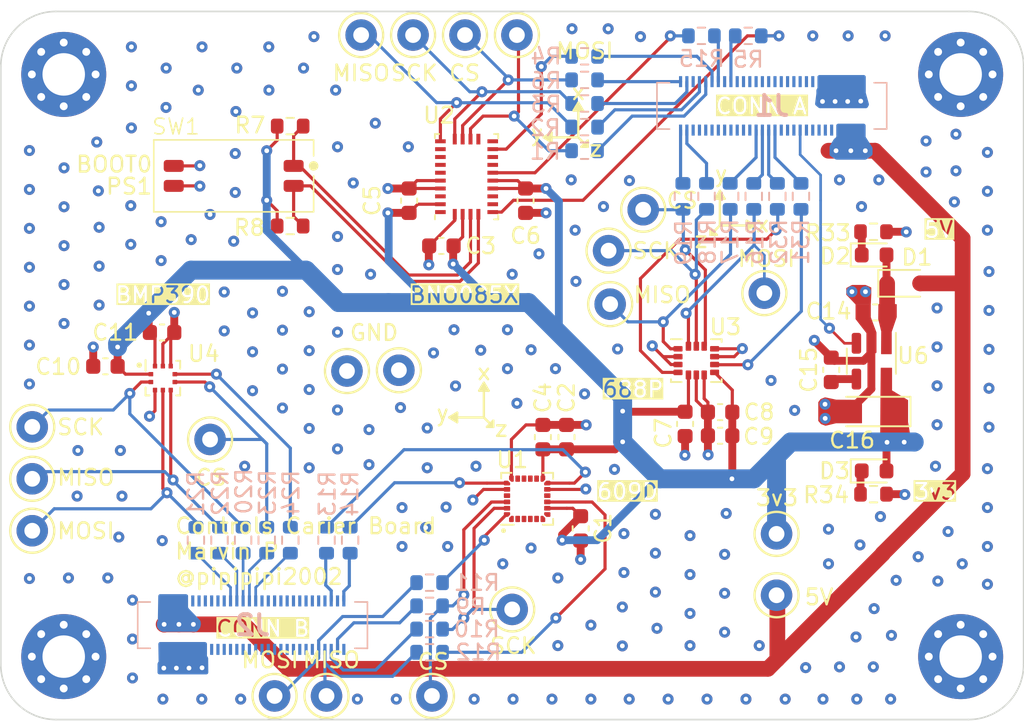
<source format=kicad_pcb>
(kicad_pcb (version 20221018) (generator pcbnew)
  (layers (0 "F.Cu" signal) (1 "In1.Cu" signal) (2 "In2.Cu" signal) (31 "B.Cu" signal) (34 "B.Paste" user) (35 "F.Paste" user) (36 "B.SilkS" user "B.Silkscreen") (37 "F.SilkS" user "F.Silkscreen") (38 "B.Mask" user) (39 "F.Mask" user) (44 "Edge.Cuts" user))
  (net 0 "")
  (net 1 "+3.3V")
  (net 2 "GND")
  (net 3 "Net-(U6-BP)")
  (net 4 "+5V")
  (net 5 "Net-(D2-K)")
  (net 6 "Net-(D3-K)")
  (net 7 "BN_CS")
  (net 8 "BN_SCK")
  (net 12 "BN_MISO")
  (net 14 "BN_MOSI")
  (net 16 "BN_INT")
  (net 18 "BN_NRST")
  (net 22 "BN_PS0")
  (net 25 "3V3_EN")
  (net 47 "ICM40609D_INT2")
  (net 48 "ICM42688P_INT2")
  (net 49 "ICM42688P_INT1")
  (net 50 "ICM40609D_CS")
  (net 51 "ICM40609D_INT1")
  (net 55 "ICM42688P_CS")
  (net 72 "BMP_INT")
  (net 74 "BMP_CS")
  (net 76 "BMP_SCK")
  (net 78 "BMP_SDO")
  (net 80 "BMP_SDI")
  (net 91 "Net-(U2-H_SA0{slash}MOSI)")
  (net 92 "Net-(U2-H_SDA{slash}MISO{slash}TX)")
  (net 93 "Net-(U2-H_SCL{slash}SCK{slash}RX)")
  (net 94 "Net-(U2-H_INTN)")
  (net 95 "Net-(U2-PS0{slash}WAKE)")
  (net 96 "Net-(U2-H_CSN)")
  (net 97 "BN_BOOTN")
  (net 98 "BN_PS1")
  (net 99 "Net-(U1-nCS)")
  (net 100 "Net-(U1-INT1{slash}INT)")
  (net 101 "Net-(U1-INT2{slash}FSYNC)")
  (net 102 "Net-(U2-NRST)")
  (net 103 "Net-(U4-SCK)")
  (net 104 "Net-(U4-SDI)")
  (net 105 "Net-(U4-SDO)")
  (net 106 "Net-(U4-CSB)")
  (net 107 "Net-(U4-INT)")
  (net 108 "Net-(U3-AP_CS)")
  (net 109 "Net-(U3-AP_SCL{slash}AP_SCK)")
  (net 110 "Net-(U3-AP_SDA{slash}AP_SDIO{slash}AP_SDI)")
  (net 111 "Net-(U3-AP_SDO{slash}AP_AD0)")
  (net 112 "Net-(U3-INT1{slash}INT)")
  (net 113 "Net-(U3-INT2{slash}FSYNC{slash}CLKIN)")
  (net 140 "ICM42688P_SCK")
  (net 141 "ICM42688P_SDO")
  (net 142 "ICM42688P_SDI")
  (net 143 "Net-(U1-SCL{slash}SCK)")
  (net 144 "Net-(U1-SDA{slash}SDI{slash}SDIO)")
  (net 145 "Net-(U1-AD0{slash}SD0)")
  (net 149 "ICM40609D_SCK")
  (net 150 "ICM40609D_SDI")
  (net 151 "ICM40609D_SDO")
  (net 152 "Net-(D1-K)")
  (footprint "whose_lib:Bosch_LGA-10_2x2mm_P0.50mm" (layer "F.Cu") (at 110.3 73.3 90)
    (fp_text reference "U4")
    (fp_text value "BMP390")
  )
  (footprint "TestPoint:TestPoint_Keystone_5000-5004_Miniature" (layer "F.Cu") (at 127.4 93.5)
    (fp_text reference "TP1" hide)
    (fp_text value "TestPoint")
  )
  (footprint "Resistor_SMD:R_0603_1608Metric" (layer "F.Cu") (at 118.39 63.635 180)
    (fp_text reference "R8")
    (fp_text value "10k")
  )
  (footprint "TestPoint:TestPoint_Keystone_5000-5004_Miniature" (layer "F.Cu") (at 149.3 87.1)
    (fp_text reference "TP5" hide)
    (fp_text value "TestPoint")
  )
  (footprint "Capacitor_SMD:C_0603_1608Metric" (layer "F.Cu") (at 125.95 62.025 90)
    (fp_text reference "C5")
    (fp_text value "0u1")
  )
  (footprint "Capacitor_SMD:C_0603_1608Metric" (layer "F.Cu") (at 152.775 72.775 90)
    (fp_text reference "C15")
    (fp_text value "470p")
  )
  (footprint "Capacitor_SMD:C_0603_1608Metric" (layer "F.Cu") (at 128 64.9 180)
    (fp_text reference "C3")
    (fp_text value "0u1")
  )
  (footprint "TestPoint:TestPoint_Keystone_5000-5004_Miniature" (layer "F.Cu") (at 122.9 51.5 90)
    (fp_text reference "TP12" hide)
    (fp_text value "TestPoint")
  )
  (footprint "Capacitor_SMD:C_0603_1608Metric" (layer "F.Cu") (at 145.7125 76.9625 180)
    (fp_text reference "C9")
    (fp_text value "0u1")
  )
  (footprint "TestPoint:TestPoint_Keystone_5000-5004_Miniature" (layer "F.Cu") (at 126.2 51.5 90)
    (fp_text reference "TP13" hide)
    (fp_text value "TestPoint")
  )
  (footprint "TestPoint:TestPoint_Keystone_5000-5004_Miniature" (layer "F.Cu") (at 148.525 67.9)
    (fp_text reference "TP10" hide)
    (fp_text value "TestPoint")
  )
  (footprint "Capacitor_SMD:C_0603_1608Metric" (layer "F.Cu") (at 136.85 82.85 -90)
    (fp_text reference "C1")
    (fp_text value "10n")
  )
  (footprint "whose_lib:ICM_LGA-24_3x3mm-P0.4mm" (layer "F.Cu") (at 133.45 80.97 90)
    (fp_text reference "U1")
    (fp_text value "ICM-40609-D")
  )
  (footprint "TestPoint:TestPoint_Keystone_5000-5004_Miniature" (layer "F.Cu") (at 113.3 77.2)
    (fp_text reference "TP18" hide)
    (fp_text value "TestPoint")
  )
  (footprint "Capacitor_SMD:C_0603_1608Metric" (layer "F.Cu") (at 145.7125 75.4625 180)
    (fp_text reference "C8")
    (fp_text value "2u2")
  )
  (footprint "TestPoint:TestPoint_Keystone_5000-5004_Miniature" (layer "F.Cu") (at 120.7 93.5)
    (fp_text reference "TP3" hide)
    (fp_text value "TestPoint")
  )
  (footprint "LED_SMD:LED_0603_1608Metric" (layer "F.Cu") (at 155.5 65.475)
    (fp_text reference "D2")
    (fp_text value "LED")
  )
  (footprint "TestPoint:TestPoint_Keystone_5000-5004_Miniature" (layer "F.Cu") (at 102 76.4)
    (fp_text reference "TP15" hide)
    (fp_text value "TestPoint")
  )
  (footprint "Capacitor_SMD:C_0603_1608Metric" (layer "F.Cu") (at 155.575 69.125 180)
    (fp_text reference "C14")
    (fp_text value "1u")
  )
  (footprint "Capacitor_SMD:C_0603_1608Metric" (layer "F.Cu") (at 110.25 70.4)
    (fp_text reference "C11")
    (fp_text value "0u1")
  )
  (footprint "TestPoint:TestPoint_Keystone_5000-5004_Miniature" (layer "F.Cu") (at 125.3 72.8)
    (fp_text reference "TP20" hide)
    (fp_text value "TestPoint")
  )
  (footprint "TestPoint:TestPoint_Keystone_5000-5004_Miniature" (layer "F.Cu") (at 138.725 68.6)
    (fp_text reference "TP9" hide)
    (fp_text value "TestPoint")
  )
  (footprint "TestPoint:TestPoint_Keystone_5000-5004_Miniature" (layer "F.Cu") (at 122 72.85)
    (fp_text reference "TP19" hide)
    (fp_text value "TestPoint")
  )
  (footprint "TestPoint:TestPoint_Keystone_5000-5004_Miniature" (layer "F.Cu") (at 149.3 83.2)
    (fp_text reference "TP6" hide)
    (fp_text value "TestPoint")
  )
  (footprint "TestPoint:TestPoint_Keystone_5000-5004_Miniature" (layer "F.Cu") (at 117.4 93.5)
    (fp_text reference "TP4" hide)
    (fp_text value "TestPoint")
  )
  (footprint "Capacitor_SMD:C_0603_1608Metric" (layer "F.Cu") (at 106.65 72.55 180)
    (fp_text reference "C10")
    (fp_text value "0u1")
  )
  (footprint "Resistor_SMD:R_0603_1608Metric" (layer "F.Cu") (at 118.39 57.285 180)
    (fp_text reference "R7")
    (fp_text value "10k")
  )
  (footprint "Capacitor_Tantalum_SMD:CP_EIA-3216-18_Kemet-A_Pad1.58x1.35mm_HandSolder" (layer "F.Cu") (at 155.325 75.425 180)
    (fp_text reference "C16")
    (fp_text value "2u2")
  )
  (footprint "TestPoint:TestPoint_Keystone_5000-5004_Miniature" (layer "F.Cu") (at 102 83)
    (fp_text reference "TP16" hide)
    (fp_text value "TestPoint")
  )
  (footprint "Resistor_SMD:R_0603_1608Metric" (layer "F.Cu") (at 155.46 80.675 180)
    (fp_text reference "R34")
    (fp_text value "1k")
  )
  (footprint "Capacitor_SMD:C_0603_1608Metric" (layer "F.Cu") (at 133.35 62.025 -90)
    (fp_text reference "C6")
    (fp_text value "0u1")
  )
  (footprint "Package_LGA:LGA-28_5.2x3.8mm_P0.5mm" (layer "F.Cu") (at 129.6 60.5 90)
    (fp_text reference "U2")
    (fp_text value "BNO085X")
  )
  (footprint "Diode_SMD:D_SOD-323" (layer "F.Cu") (at 157.375 67.275)
    (fp_text reference "D1")
    (fp_text value "BAT760")
  )
  (footprint "Capacitor_SMD:C_0603_1608Metric" (layer "F.Cu") (at 143.4875 76.2125 -90)
    (fp_text reference "C7")
    (fp_text value "10n")
  )
  (footprint "TestPoint:TestPoint_Keystone_5000-5004_Miniature" (layer "F.Cu") (at 132.8 51.5 90)
    (fp_text reference "TP11" hide)
    (fp_text value "TestPoint")
  )
  (footprint "Capacitor_SMD:C_0603_1608Metric" (layer "F.Cu") (at 135.95 77.05 90)
    (fp_text reference "C2")
    (fp_text value "2u2")
  )
  (footprint "TestPoint:TestPoint_Keystone_5000-5004_Miniature" (layer "F.Cu") (at 138.625 65.2)
    (fp_text reference "TP8" hide)
    (fp_text value "TestPoint")
  )
  (footprint "whose_lib:ICM_LGA-14_3x2.5mm_P0.5mm" (layer "F.Cu") (at 144.2 72.1875)
    (fp_text reference "U3")
    (fp_text value "ICM-42688-P")
  )
  (footprint "MountingHole:MountingHole_2.7mm_M2.5_Pad_Via" (layer "F.Cu") (at 104 91)
    (fp_text reference "H2" hide)
    (fp_text value "MountingHole_Pad")
  )
  (footprint "Resistor_SMD:R_0603_1608Metric" (layer "F.Cu") (at 155.46 64 180)
    (fp_text reference "R33")
    (fp_text value "1k")
  )
  (footprint "Package_TO_SOT_SMD:SOT-23-5" (layer "F.Cu") (at 155.325 72.225 -90)
    (fp_text reference "U6")
    (fp_text value "MIC5219-3.3YM5")
  )
  (footprint "MountingHole:MountingHole_2.7mm_M2.5_Pad_Via" (layer "F.Cu") (at 104 54)
    (fp_text reference "H1" hide)
    (fp_text value "MountingHole_Pad")
  )
  (footprint "Capacitor_SMD:C_0603_1608Metric" (layer "F.Cu") (at 134.45 77.05 90)
    (fp_text reference "C4")
    (fp_text value "0u1")
  )
  (footprint "MountingHole:MountingHole_2.7mm_M2.5_Pad_Via" (layer "F.Cu") (at 161 91)
    (fp_text reference "H4" hide)
    (fp_text value "MountingHole_Pad")
  )
  (footprint "MountingHole:MountingHole_2.7mm_M2.5_Pad_Via" (layer "F.Cu") (at 161 54)
    (fp_text reference "H3" hide)
    (fp_text value "MountingHole_Pad")
  )
  (footprint "LED_SMD:LED_0603_1608Metric" (layer "F.Cu") (at 155.5 79.2)
    (fp_text reference "D3")
    (fp_text value "LED")
  )
  (footprint "whose_lib:218-2LPSTRF" (layer "F.Cu") (at 114.8 60.45 -90)
    (fp_text reference "SW1")
    (fp_text value "SW_DIP_x02")
  )
  (footprint "TestPoint:TestPoint_Keystone_5000-5004_Miniature" (layer "F.Cu") (at 129.5 51.5 90)
    (fp_text reference "TP14" hide)
    (fp_text value "TestPoint")
  )
  (footprint "TestPoint:TestPoint_Keystone_5000-5004_Miniature" (layer "F.Cu") (at 140.825 62.6)
    (fp_text reference "TP7" hide)
    (fp_text value "TestPoint")
  )
  (footprint "TestPoint:TestPoint_Keystone_5000-5004_Miniature" (layer "F.Cu") (at 132.5 88)
    (fp_text reference "TP2" hide)
    (fp_text value "TestPoint")
  )
  (footprint "TestPoint:TestPoint_Keystone_5000-5004_Miniature" (layer "F.Cu") (at 102 79.7)
    (fp_text reference "TP17" hide)
    (fp_text value "TestPoint")
  )
  (footprint "Resistor_SMD:R_0603_1608Metric" (layer "B.Cu") (at 137.1 55.85 180)
    (fp_text reference "R3")
    (fp_text value "22")
  )
  (footprint "Resistor_SMD:R_0603_1608Metric" (layer "B.Cu") (at 118.4 83.6 -90)
    (fp_text reference "R24")
    (fp_text value "22")
  )
  (footprint "Resistor_SMD:R_0603_1608Metric" (layer "B.Cu") (at 137.1 57.35 180)
    (fp_text reference "R2")
    (fp_text value "22")
  )
  (footprint "Resistor_SMD:R_0603_1608Metric" (layer "B.Cu") (at 127.25 86.3 180)
    (fp_text reference "R11")
    (fp_text value "22")
  )
  (footprint "Resistor_SMD:R_0603_1608Metric" (layer "B.Cu") (at 127.25 89.25 180)
    (fp_text reference "R10")
    (fp_text value "22")
  )
  (footprint "Resistor_SMD:R_0603_1608Metric" (layer "B.Cu") (at 137.1 58.85 180)
    (fp_text reference "R1")
    (fp_text value "22")
  )
  (footprint "whose_lib:DF40HC4060DS04V51" (layer "B.Cu") (at 149 56)
    (fp_text reference "J1")
    (fp_text value "DF40HC_4.0_-60DS-0.4V_51_" hide)
  )
  (footprint "Resistor_SMD:R_0603_1608Metric" (layer "B.Cu") (at 144.525 51.55)
    (fp_text reference "R15")
    (fp_text value "22")
  )
  (footprint "whose_lib:DF40HC4060DS04V51" (layer "B.Cu") (at 116 89 180)
    (fp_text reference "J2")
    (fp_text value "DF40HC_4.0_-60DS-0.4V_51_" hide)
  )
  (footprint "Resistor_SMD:R_0603_1608Metric" (layer "B.Cu") (at 116.9 83.6 -90)
    (fp_text reference "R23")
    (fp_text value "22")
  )
  (footprint "Resistor_SMD:R_0603_1608Metric" (layer "B.Cu") (at 120.7 83.6 -90)
    (fp_text reference "R13")
    (fp_text value "22")
  )
  (footprint "Resistor_SMD:R_0603_1608Metric" (layer "B.Cu") (at 146.35 61.75 90)
    (fp_text reference "R17")
    (fp_text value "22")
  )
  (footprint "Resistor_SMD:R_0603_1608Metric" (layer "B.Cu") (at 127.25 87.775 180)
    (fp_text reference "R9")
    (fp_text value "22")
  )
  (footprint "Resistor_SMD:R_0603_1608Metric" (layer "B.Cu") (at 112.4 83.6 -90)
    (fp_text reference "R21")
    (fp_text value "22")
  )
  (footprint "Resistor_SMD:R_0603_1608Metric" (layer "B.Cu") (at 137.1 54.35 180)
    (fp_text reference "R6")
    (fp_text value "22")
  )
  (footprint "Resistor_SMD:R_0603_1608Metric" (layer "B.Cu") (at 137.1 52.85 180)
    (fp_text reference "R4")
    (fp_text value "22")
  )
  (footprint "Resistor_SMD:R_0603_1608Metric" (layer "B.Cu") (at 149.35 61.75 90)
    (fp_text reference "R32")
    (fp_text value "22")
  )
  (footprint "Resistor_SMD:R_0603_1608Metric" (layer "B.Cu") (at 113.9 83.6 -90)
    (fp_text reference "R22")
    (fp_text value "22")
  )
  (footprint "Resistor_SMD:R_0603_1608Metric" (layer "B.Cu") (at 115.4 83.6 -90)
    (fp_text reference "R20")
    (fp_text value "22")
  )
  (footprint "Resistor_SMD:R_0603_1608Metric" (layer "B.Cu") (at 143.35 61.75 90)
    (fp_text reference "R19")
    (fp_text value "22")
  )
  (footprint "Resistor_SMD:R_0603_1608Metric" (layer "B.Cu") (at 127.25 90.725 180)
    (fp_text reference "R12")
    (fp_text value "22")
  )
  (footprint "Resistor_SMD:R_0603_1608Metric" (layer "B.Cu") (at 144.85 61.75 90)
    (fp_text reference "R18")
    (fp_text value "22")
  )
  (footprint "Resistor_SMD:R_0603_1608Metric" (layer "B.Cu") (at 147.85 61.75 90)
    (fp_text reference "R16")
    (fp_text value "22")
  )
  (footprint "Resistor_SMD:R_0603_1608Metric" (layer "B.Cu") (at 150.85 61.75 90)
    (fp_text reference "R31")
    (fp_text value "22")
  )
  (footprint "Resistor_SMD:R_0603_1608Metric" (layer "B.Cu") (at 122.2 83.6 -90)
    (fp_text reference "R14")
    (fp_text value "22")
  )
  (footprint "Resistor_SMD:R_0603_1608Metric" (layer "B.Cu") (at 147.5 51.55)
    (fp_text reference "R5")
    (fp_text value "22")
  )
  (gr_line (start 130.9 76.4) (end 131.3 76.4) (stroke (width 0.15)) (layer "F.SilkS"))
  (gr_line (start 145.1 64.2) (end 145.5 64.2) (stroke (width 0.15)) (layer "F.SilkS"))
  (gr_line (start 137.3 58.6) (end 137.3 58.2) (stroke (width 0.15)) (layer "F.SilkS"))
  (gr_line (start 130.5 74) (end 130.85 73.85) (stroke (width 0.15)) (layer "F.SilkS"))
  (gr_line (start 147.4 63.3) (end 147.4 63.9) (stroke (width 0.15)) (layer "F.SilkS"))
  (gr_line (start 134.9 58.2) (end 134.75 57.85) (stroke (width 0.15)) (layer "F.SilkS"))
  (gr_line (start 128.9 76) (end 128.75 75.65) (stroke (width 0.15)) (layer "F.SilkS"))
  (gr_line (start 147.9 63.6) (end 147.4 63.3) (stroke (width 0.15)) (layer "F.SilkS"))
  (gr_line (start 145.2 64.1) (end 145.3 64.1) (stroke (width 0.15)) (layer "F.SilkS"))
  (gr_line (start 136.7 55.8) (end 136.4 56.3) (stroke (width 0.15)) (layer "F.SilkS"))
  (gr_line (start 136.7 58) (end 137.3 58.6) (stroke (width 0.15)) (layer "F.SilkS"))
  (gr_line (start 128.5 75.8) (end 129 76.1) (stroke (width 0.15)) (layer "F.SilkS"))
  (gr_line (start 145.1 63.8) (end 145.1 64.2) (stroke (width 0.15)) (layer "F.SilkS"))
  (gr_line (start 130.7 73.6) (end 131 74.1) (stroke (width 0.15)) (layer "F.SilkS"))
  (gr_line (start 145.5 61.8) (end 145.85 61.65) (stroke (width 0.15)) (layer "F.SilkS"))
  (gr_line (start 128.5 75.8) (end 129 75.5) (stroke (width 0.15)) (layer "F.SilkS"))
  (gr_line (start 129 76.1) (end 129 75.5) (stroke (width 0.15)) (layer "F.SilkS"))
  (gr_line (start 147.9 63.6) (end 147.4 63.9) (stroke (width 0.15)) (layer "F.SilkS"))
  (gr_line (start 130.4 74.1) (end 131 74.1) (stroke (width 0.15)) (layer "F.SilkS"))
  (gr_line (start 145.7 63.6) (end 145.7 61.4) (stroke (width 0.15)) (layer "F.SilkS"))
  (gr_line (start 130.7 73.6) (end 130.4 74.1) (stroke (width 0.15)) (layer "F.SilkS"))
  (gr_line (start 145.5 64.2) (end 145.1 63.8) (stroke (width 0.15)) (layer "F.SilkS"))
  (gr_line (start 130.55 73.85) (end 131 74.1) (stroke (width 0.15)) (layer "F.SilkS"))
  (gr_line (start 145.7 63.6) (end 147.9 63.6) (stroke (width 0.15)) (layer "F.SilkS"))
  (gr_line (start 136.9 58.6) (end 137.3 58.6) (stroke (width 0.15)) (layer "F.SilkS"))
  (gr_line (start 147.5 63.4) (end 147.65 63.75) (stroke (width 0.15)) (layer "F.SilkS"))
  (gr_line (start 136.7 58) (end 134.5 58) (stroke (width 0.15)) (layer "F.SilkS"))
  (gr_line (start 145.7 61.4) (end 146 61.9) (stroke (width 0.15)) (layer "F.SilkS"))
  (gr_line (start 136.4 56.3) (end 137 56.3) (stroke (width 0.15)) (layer "F.SilkS"))
  (gr_line (start 145.7 63.6) (end 145.1 64.2) (stroke (width 0.15)) (layer "F.SilkS"))
  (gr_line (start 134.75 58.15) (end 135 57.7) (stroke (width 0.15)) (layer "F.SilkS"))
  (gr_line (start 145.55 61.65) (end 146 61.9) (stroke (width 0.15)) (layer "F.SilkS"))
  (gr_line (start 136.5 56.2) (end 136.85 56.05) (stroke (width 0.15)) (layer "F.SilkS"))
  (gr_line (start 147.65 63.45) (end 147.4 63.9) (stroke (width 0.15)) (layer "F.SilkS"))
  (gr_line (start 134.5 58) (end 135 58.3) (stroke (width 0.15)) (layer "F.SilkS"))
  (gr_line (start 130.7 75.8) (end 130.7 73.6) (stroke (width 0.15)) (layer "F.SilkS"))
  (gr_line (start 145.1 63.8) (end 145.2 64.1) (stroke (width 0.15)) (layer "F.SilkS"))
  (gr_line (start 134.5 58) (end 135 57.7) (stroke (width 0.15)) (layer "F.SilkS"))
  (gr_line (start 145.7 61.4) (end 145.4 61.9) (stroke (width 0.15)) (layer "F.SilkS"))
  (gr_line (start 128.75 75.95) (end 129 75.5) (stroke (width 0.15)) (layer "F.SilkS"))
  (gr_line (start 130.9 76.4) (end 131.2 76.3) (stroke (width 0.15)) (layer "F.SilkS"))
  (gr_line (start 137.3 58.2) (end 136.9 58.6) (stroke (width 0.15)) (layer "F.SilkS"))
  (gr_line (start 136.7 58) (end 136.7 55.8) (stroke (width 0.15)) (layer "F.SilkS"))
  (gr_line (start 137.2 58.5) (end 137.2 58.4) (stroke (width 0.15)) (layer "F.SilkS"))
  (gr_line (start 136.55 56.05) (end 137 56.3) (stroke (width 0.15)) (layer "F.SilkS"))
  (gr_line (start 131.3 76.4) (end 131.3 76) (stroke (width 0.15)) (layer "F.SilkS"))
  (gr_line (start 130.7 75.8) (end 128.5 75.8) (stroke (width 0.15)) (layer "F.SilkS"))
  (gr_line (start 135 58.3) (end 135 57.7) (stroke (width 0.15)) (layer "F.SilkS"))
  (gr_line (start 131.3 76) (end 130.9 76.4) (stroke (width 0.15)) (layer "F.SilkS"))
  (gr_line (start 145.4 61.9) (end 146 61.9) (stroke (width 0.15)) (layer "F.SilkS"))
  (gr_line (start 136.7 55.8) (end 137 56.3) (stroke (width 0.15)) (layer "F.SilkS"))
  (gr_line (start 130.7 75.8) (end 131.3 76.4) (stroke (width 0.15)) (layer "F.SilkS"))
  (gr_line (start 131.2 76.3) (end 131.2 76.2) (stroke (width 0.15)) (layer "F.SilkS"))
  (gr_line (start 136.9 58.6) (end 137.2 58.5) (stroke (width 0.15)) (layer "F.SilkS"))
  (gr_arc (start 165 91.5) (mid 163.974874 93.974874) (end 161.5 95) (stroke (width 0.1)) (layer "Edge.Cuts"))
  (gr_arc (start 100 53.5) (mid 101.025126 51.025126) (end 103.5 50) (stroke (width 0.1)) (layer "Edge.Cuts"))
  (gr_line (start 161.5 95) (end 103.5 95) (stroke (width 0.1)) (layer "Edge.Cuts"))
  (gr_line (start 100 91.5) (end 100 53.5) (stroke (width 0.1)) (layer "Edge.Cuts"))
  (gr_line (start 165 53.5) (end 165 91.5) (stroke (width 0.1)) (layer "Edge.Cuts"))
  (gr_line (start 103.5 50) (end 161.525126 50) (stroke (width 0.1)) (layer "Edge.Cuts"))
  (gr_arc (start 103.5 95) (mid 101.025126 93.974874) (end 100 91.5) (stroke (width 0.1)) (layer "Edge.Cuts"))
  (gr_arc (start 161.525126 49.99991) (mid 163.991164 51.026603) (end 164.999999 53.5) (stroke (width 0.1)) (layer "Edge.Cuts"))
  (gr_text "SCK" (at 103.5 77) (layer "F.SilkS") (effects (font (size 1 1)) (justify left bottom)))
  (gr_text "z" (at 137.3 59.3) (layer "F.SilkS") (effects (font (size 1 1)) (justify left bottom)))
  (gr_text "x" (at 147.9 64.1) (layer "F.SilkS") (effects (font (size 1 1)) (justify left bottom)))
  (gr_text "MISO" (at 121 54.5) (layer "F.SilkS") (effects (font (size 1 1)) (justify left bottom)))
  (gr_text "MOSI" (at 115.2 91.8) (layer "F.SilkS") (effects (font (size 1 1)) (justify left bottom)))
  (gr_text "BOOT0" (at 104.7 60.3) (layer "F.SilkS") (effects (font (size 1 1)) (justify left bottom)))
  (gr_text "MOSI" (at 146.75 66.3) (layer "F.SilkS") (effects (font (size 1 1)) (justify left bottom)))
  (gr_text "x" (at 136.2 55.7) (layer "F.SilkS") (effects (font (size 1 1)) (justify left bottom)))
  (gr_text "3v3" (at 157.95 81.1) (layer "F.SilkS" knockout) (effects (font (size 1 1)) (justify left bottom)))
  (gr_text "Controls Carier Board\nMarvin P\n@pipipipi2002" (at 111 86.5) (layer "F.SilkS") (effects (font (size 1 1)) (justify left bottom)))
  (gr_text "GND" (at 122.1 71) (layer "F.SilkS") (effects (font (size 1 1)) (justify left bottom)))
  (gr_text "5V" (at 158.6 64.45) (layer "F.SilkS" knockout) (effects (font (size 1 1)) (justify left bottom)))
  (gr_text "MISO" (at 119.1 91.8) (layer "F.SilkS") (effects (font (size 1 1)) (justify left bottom)))
  (gr_text "BMP390" (at 107.2 68.6) (layer "F.SilkS" knockout) (effects (font (size 1 1)) (justify left bottom)))
  (gr_text "CS" (at 126.4 91.9) (layer "F.SilkS") (effects (font (size 1 1)) (justify left bottom)))
  (gr_text "CONN A" (at 145.35 56.6) (layer "F.SilkS" knockout) (effects (font (size 1 1)) (justify left bottom)))
  (gr_text "688P" (at 138.15 74.6) (layer "F.SilkS" knockout) (effects (font (size 1 1)) (justify left bottom)))
  (gr_text "SCK" (at 131 90.9) (layer "F.SilkS") (effects (font (size 1 1)) (justify left bottom)))
  (gr_text "CS" (at 142.225 62.6) (layer "F.SilkS") (effects (font (size 1 1)) (justify left bottom)))
  (gr_text "BNO085X" (at 125.9 68.6) (layer "F.SilkS" knockout) (effects (font (size 1 1)) (justify left bottom)))
  (gr_text "5V" (at 151 87.8) (layer "F.SilkS") (effects (font (size 1 1)) (justify left bottom)))
  (gr_text "CS" (at 128.4 54.5) (layer "F.SilkS") (effects (font (size 1 1)) (justify left bottom)))
  (gr_text "z" (at 144 65.1) (layer "F.SilkS") (effects (font (size 1 1)) (justify left bottom)))
  (gr_text "MISO" (at 140.125 68.6) (layer "F.SilkS") (effects (font (size 1 1)) (justify left bottom)))
  (gr_text "PS1" (at 106.6 61.7) (layer "F.SilkS") (effects (font (size 1 1)) (justify left bottom)))
  (gr_text "MOSI" (at 135.2 53.1) (layer "F.SilkS") (effects (font (size 1 1)) (justify left bottom)))
  (gr_text "x" (at 130.2 73.5) (layer "F.SilkS") (effects (font (size 1 1)) (justify left bottom)))
  (gr_text "CONN B" (at 113.6 89.8) (layer "F.SilkS" knockout) (effects (font (size 1 1)) (justify left bottom)))
  (gr_text "z" (at 131.3 77.1) (layer "F.SilkS") (effects (font (size 1 1)) (justify left bottom)))
  (gr_text "609D" (at 137.8 81.1) (layer "F.SilkS" knockout) (effects (font (size 1 1)) (justify left bottom)))
  (gr_text "y" (at 133.6 58.3) (layer "F.SilkS") (effects (font (size 1 1)) (justify left bottom)))
  (gr_text "y" (at 145.3 60.9) (layer "F.SilkS") (effects (font (size 1 1)) (justify left bottom)))
  (gr_text "SCK" (at 140.05 65.8) (layer "F.SilkS") (effects (font (size 1 1)) (justify left bottom)))
  (gr_text "y" (at 127.6 76.1) (layer "F.SilkS") (effects (font (size 1 1)) (justify left bottom)))
  (gr_text "SCK" (at 124.7 54.5) (layer "F.SilkS") (effects (font (size 1 1)) (justify left bottom)))
  (gr_text "CS" (at 112.3 80.2) (layer "F.SilkS") (effects (font (size 1 1)) (justify left bottom)))
  (gr_text "MISO" (at 103.5 80.2) (layer "F.SilkS") (effects (font (size 1 1)) (justify left bottom)))
  (gr_text "MOSI" (at 103.5 83.6) (layer "F.SilkS") (effects (font (size 1 1)) (justify left bottom)))
  (gr_text "3v3" (at 147.9 81.5) (layer "F.SilkS") (effects (font (size 1 1)) (justify left bottom)))
  (segment (start 117.565 63.635) (end 117.565 62.665) (width 0.2) (layer "F.Cu") (net 1))
  (segment (start 143.4875 75.4375) (end 139.5575 75.4375) (width 0.5) (layer "F.Cu") (net 1))
  (segment (start 135.95 77.825) (end 139.045 77.825) (width 0.5) (layer "F.Cu") (net 1))
  (segment (start 143.7 73.1) (end 143.7 75.225) (width 0.2) (layer "F.Cu") (net 1))
  (segment (start 132.85 60.75) (end 133.35 61.25) (width 0.2) (layer "F.Cu") (net 1))
  (segment (start 131.2625 61.25) (end 133.35 61.25) (width 0.2) (layer "F.Cu") (net 1))
  (segment (start 131.2625 60.75) (end 132.85 60.75) (width 0.2) (layer "F.Cu") (net 1))
  (segment (start 128.775 64.9) (end 128.75 64.925) (width 0.5) (layer "F.Cu") (net 1))
  (segment (start 125.95 62.8) (end 124.6 62.8) (width 0.5) (layer "F.Cu") (net 1))
  (segment (start 145.3625 72.9375) (end 146.4875 74.0625) (width 0.2) (layer "F.Cu") (net 1))
  (segment (start 117.565 57.285) (end 117.565 58.185) (width 0.2) (layer "F.Cu") (net 1))
  (segment (start 135.675 83.6) (end 135.675 83.25) (width 0.5) (layer "F.Cu") (net 1))
  (segment (start 129.35 62.8875) (end 129.35 64.325) (width 0.2) (layer "F.Cu") (net 1))
  (segment (start 135.95 77.825) (end 134.45 77.825) (width 0.5) (layer "F.Cu") (net 1))
  (segment (start 109.8 70.725) (end 109.475 70.4) (width 0.2) (layer "F.Cu") (net 1))
  (segment (start 109.4 70.325) (end 109.475 70.4) (width 0.5) (layer "F.Cu") (net 1))
  (segment (start 146.4875 76.9625) (end 146.4875 75.4625) (width 0.5) (layer "F.Cu") (net 1))
  (segment (start 146.4875 74.0625) (end 146.4875 75.4625) (width 0.2) (layer "F.Cu") (net 1))
  (segment (start 146.4875 79.6775) (end 146.4875 76.9625) (width 0.5) (layer "F.Cu") (net 1))
  (segment (start 117.565 58.185) (end 116.9 58.85) (width 0.2) (layer "F.Cu") (net 1))
  (segment (start 156.2875 77.4125) (end 156.32 77.38) (width 0.5) (layer "F.Cu") (net 1))
  (segment (start 117.565 62.665) (end 116.9 62) (width 0.2) (layer "F.Cu") (net 1))
  (segment (start 139.5575 75.4375) (end 139.52 75.4) (width 0.5) (layer "F.Cu") (net 1))
  (segment (start 109.5375 73.05) (end 107.925 73.05) (width 0.2) (layer "F.Cu") (net 1))
  (segment (start 136.85 82.075) (end 136.35 81.575) (width 0.2) (layer "F.Cu") (net 1))
  (segment (start 107.425 71.325) (end 107.425 72.475) (width 0.5) (layer "F.Cu") (net 1))
  (segment (start 133.35 61.25) (end 134.65 61.25) (width 0.5) (layer "F.Cu") (net 1))
  (segment (start 135.97 81.575) (end 134.73 81.575) (width 0.2) (layer "F.Cu") (net 1))
  (segment (start 127.9375 62.25) (end 126.5 62.25) (width 0.2) (layer "F.Cu") (net 1))
  (segment (start 139.045 77.825) (end 139.52 77.35) (width 0.5) (layer "F.Cu") (net 1))
  (segment (start 109.8 72.5375) (end 109.8 70.725) (width 0.2) (layer "F.Cu") (net 1))
  (segment (start 134.45 78.116452) (end 134.45 79.633548) (width 0.2) (layer "F.Cu") (net 1))
  (segment (start 136.35 81.575) (end 135.97 81.575) (width 0.2) (layer "F.Cu") (net 1))
  (segment (start 109.4 69.175) (end 109.4 70.325) (width 0.5) (layer "F.Cu") (net 1))
  (segment (start 129.35 64.325) (end 128.775 64.9) (width 0.2) (layer "F.Cu") (net 1))
  (segment (start 135.675 83.25) (end 136.85 82.075) (width 0.5) (layer "F.Cu") (net 1))
  (segment (start 126.5 62.25) (end 125.95 62.8) (width 0.2) (layer "F.Cu") (net 1))
  (segment (start 107.925 73.05) (end 107.425 72.55) (width 0.2) (layer "F.Cu") (net 1))
  (segment (start 156.2875 79.2) (end 156.2875 77.4125) (width 0.5) (layer "F.Cu") (net 1))
  (segment (start 134.45 77.825) (end 134.455 77.83) (width 0.2) (layer "F.Cu") (net 1))
  (segment (start 128.75 64.925) (end 128.75 66.05) (width 0.5) (layer "F.Cu") (net 1))
  (via (at 139.52 77.35) (size 0.7) (drill 0.3) (layers "F.Cu" "B.Cu") (net 1))
  (via (at 146.465 79.7) (size 0.7) (drill 0.3) (layers "F.Cu" "B.Cu") (net 1))
  (via (at 116.9 58.85) (size 0.7) (drill 0.3) (layers "F.Cu" "B.Cu") (net 1))
  (via (at 109.4 69.175) (size 0.7) (drill 0.3) (layers "F.Cu" "B.Cu") (net 1))
  (via (at 156.32 77.38) (size 0.7) (drill 0.3) (layers "F.Cu" "B.Cu") (net 1))
  (via (at 107.425 71.325) (size 0.7) (drill 0.3) (layers "F.Cu" "B.Cu") (net 1))
  (via (at 128.75 66.05) (size 0.7) (drill 0.3) (layers "F.Cu" "B.Cu") (net 1))
  (via (at 135.675 83.6) (size 0.7) (drill 0.3) (layers "F.Cu" "B.Cu") (net 1))
  (via (at 157.41 77.37) (size 0.7) (drill 0.3) (layers "F.Cu" "B.Cu") (net 1))
  (via (at 139.52 75.4) (size 0.7) (drill 0.3) (layers "F.Cu" "B.Cu") (net 1))
  (via (at 134.65 61.25) (size 0.7) (drill 0.3) (layers "F.Cu" "B.Cu") (net 1))
  (via (at 116.9 62) (size 0.7) (drill 0.3) (layers "F.Cu" "B.Cu") (net 1))
  (via (at 124.6 62.8) (size 0.7) (drill 0.3) (layers "F.Cu" "B.Cu") (net 1))
  (segment (start 150.2 77.36) (end 148.78 78.78) (width 1.2) (layer "B.Cu") (net 1))
  (segment (start 124.65 65.85) (end 127.3 68.5) (width 0.5) (layer "B.Cu") (net 1))
  (segment (start 158.04 77.36) (end 150.2 77.36) (width 1.2) (layer "B.Cu") (net 1))
  (segment (start 124.65 62.85) (end 124.65 65.85) (width 0.5) (layer "B.Cu") (net 1))
  (segment (start 107.425 71.098654) (end 107.425 71.325) (width 1.2) (layer "B.Cu") (net 1))
  (segment (start 141.87 79.7) (end 139.52 77.35) (width 1.2) (layer "B.Cu") (net 1))
  (segment (start 119.41 66.44) (end 116.9 63.93) (width 0.5) (layer "B.Cu") (net 1))
  (segment (start 128.74 68.5) (end 124.64 68.5) (width 1.2) (layer "B.Cu") (net 1))
  (segment (start 134.695 61.295) (end 135.465 62.065) (width 0.5) (layer "B.Cu") (net 1))
  (segment (start 131.16 68.46) (end 131.16 68.5) (width 0.5) (layer "B.Cu") (net 1))
  (segment (start 112.083654 66.44) (end 107.425 71.098654) (width 1.2) (layer "B.Cu") (net 1))
  (segment (start 121.47 68.5) (end 119.41 66.44) (width 1.2) (layer "B.Cu") (net 1))
  (segment (start 116.9 63.93) (end 116.9 58.85) (width 0.5) (layer "B.Cu") (net 1))
  (segment (start 150.2 77.36) (end 149.3 78.26) (width 1.2) (layer "B.Cu") (net 1))
  (segment (start 148.78 78.78) (end 147.86 79.7) (width 1.2) (layer "B.Cu") (net 1))
  (segment (start 137.9 83.6) (end 141.805 79.695) (width 0.5) (layer "B.Cu") (net 1))
  (segment (start 124.64 68.5) (end 121.47 68.5) (width 1.2) (layer "B.Cu") (net 1))
  (segment (start 124.6 62.8) (end 124.65 62.85) (width 0.5) (layer "B.Cu") (net 1))
  (segment (start 139.52 74.49) (end 133.53 68.5) (width 1.2) (layer "B.Cu") (net 1))
  (segment (start 135.675 83.6) (end 137.9 83.6) (width 0.5) (layer "B.Cu") (net 1))
  (segment (start 139.52 77.35) (end 139.52 74.49) (width 1.2) (layer "B.Cu") (net 1))
  (segment (start 149.3 78.26) (end 149.3 83.2) (width 1.2) (layer "B.Cu") (net 1))
  (segment (start 133.53 68.5) (end 128.74 68.5) (width 1.2) (layer "B.Cu") (net 1))
  (segment (start 135.465 62.065) (end 135.465 70.435) (width 0.5) (layer "B.Cu") (net 1))
  (segment (start 158.05 77.37) (end 158.04 77.36) (width 1.2) (layer "B.Cu") (net 1))
  (segment (start 119.41 66.44) (end 112.083654 66.44) (width 1.2) (layer "B.Cu") (net 1))
  (segment (start 147.86 79.7) (end 141.87 79.7) (width 1.2) (layer "B.Cu") (net 1))
  (segment (start 128.75 66.05) (end 131.16 68.46) (width 0.5) (layer "B.Cu") (net 1))
  (segment (start 137.15 80.375) (end 134.75 80.375) (width 0.2) (layer "F.Cu") (net 2))
  (segment (start 110.3 72.5375) (end 110.3 71.125) (width 0.2) (layer "F.Cu") (net 2))
  (segment (start 132.45 77.2) (end 132.45 77.878952) (width 0.2) (layer "F.Cu") (net 2))
  (segment (start 126.45 60.75) (end 125.95 61.25) (width 0.2) (layer "F.Cu") (net 2))
  (segment (start 135.95 76.275) (end 134.45 76.275) (width 0.5) (layer "F.Cu") (net 2))
  (segment (start 110.3 71.125) (end 111.025 70.4) (width 0.2) (layer "F.Cu") (net 2))
  (segment (start 127.225 64.9) (end 127.2 64.925) (width 0.5) (layer "F.Cu") (net 2))
  (segment (start 144.2 74.725) (end 144.9375 75.4625) (width 0.2) (layer "F.Cu") (net 2))
  (segment (start 144.9375 76.9625) (end 144.9375 78.1625) (width 0.5) (layer "F.Cu") (net 2))
  (segment (start 155.325 71.0875) (end 155.325 73.9875) (width 0.5) (layer "F.Cu") (net 2))
  (segment (start 142.0875 71.9375) (end 143.0375 71.9375) (width 0.2) (layer "F.Cu") (net 2))
  (segment (start 151.7 70.9) (end 151.7 70.925) (width 0.5) (layer "F.Cu") (net 2))
  (segment (start 110.99 59.815) (end 112.635 59.815) (width 0.2) (layer "F.Cu") (net 2))
  (segment (start 145.3625 71.9375) (end 146.6125 71.9375) (width 0.2) (layer "F.Cu") (net 2))
  (segment (start 145.3625 71.4375) (end 147.1125 71.4375) (width 0.2) (layer "F.Cu") (net 2))
  (segment (start 146.6125 71.9375) (end 147.125 71.425) (width 0.2) (layer "F.Cu") (net 2))
  (segment (start 127.9375 60.75) (end 126.45 60.75) (width 0.2) (layer "F.Cu") (net 2))
  (segment (start 109.8 74.0625) (end 109.8 75.375) (width 0.2) (layer "F.Cu") (net 2))
  (segment (start 132.45 77.878952) (end 132.45 79.671047) (width 0.2) (layer "F.Cu") (net 2))
  (segment (start 127.2 66.05) (end 127.225 66.075) (width 0.5) (layer "F.Cu") (net 2))
  (segment (start 141.4 71.25) (end 142.5875 72.4375) (width 0.2) (layer "F.Cu") (net 2))
  (segment (start 133.35 62.8) (end 134.65 62.8) (width 0.5) (layer "F.Cu") (net 2))
  (segment (start 105.875 71.325) (end 105.875 72.55) (width 0.5) (layer "F.Cu") (net 2))
  (segment (start 144.7 73.1) (end 144.7 74.6) (width 0.2) (layer "F.Cu") (net 2))
  (segment (start 155.325 73.9875) (end 153.8875 75.425) (width 0.5) (layer "F.Cu") (net 2))
  (segment (start 133.375 76.275) (end 132.45 77.2) (width 0.2) (layer "F.Cu") (net 2))
  (segment (start 130.675 80.375) (end 132.152512 80.375) (width 0.2) (layer "F.Cu") (net 2))
  (segment (start 152.775 72) (end 152.975 72.2) (width 0.5) (layer "F.Cu") (net 2))
  (segment (start 111.025 69.125) (end 111.025 70.4) (width 0.5) (layer "F.Cu") (net 2))
  (segment (start 144.2 73.1) (end 144.2 74.725) (width 0.2) (layer "F.Cu") (net 2))
  (segment (start 128.85 63.275) (end 127.225 64.9) (width 0.2) (layer "F.Cu") (net 2))
  (segment (start 135.95 76.275) (end 137.2 76.275) (width 0.5) (layer "F.Cu") (net 2))
  (segment (start 127.225 66.075) (end 127.2 66.1) (width 0.2) (layer "F.Cu") (net 2))
  (segment (start 112.65 61.1) (end 112.635 61.085) (width 0.2) (layer "F.Cu") (net 2))
  (segment (start 110.8 70.625) (end 111.025 70.4) (width 0.2) (layer "F.Cu") (net 2))
  (segment (start 110.8 72.5375) (end 110.8 70.625) (width 0.2) (layer "F.Cu") (net 2))
  (segment (start 155.325 71.695) (end 155.325 71.0875) (width 0.5) (layer "F.Cu") (net 2))
  (segment (start 154.82 72.2) (end 155.325 71.695) (width 0.5) (layer "F.Cu") (net 2))
  (segment (start 127.2 64.925) (end 127.2 66.05) (width 0.5) (layer "F.Cu") (net 2))
  (segment (start 128.85 62.8875) (end 128.85 63.275) (width 0.2) (layer "F.Cu") (net 2))
  (segment (start 137.175 80.35) (end 137.15 80.375) (width 0.2) (layer "F.Cu") (net 2))
  (segment (start 136.85 83.625) (end 136.85 84.825) (width 0.5) (layer "F.Cu") (net 2))
  (segment (start 125.95 61.25) (end 124.6 61.25) (width 0.5) (layer "F.Cu") (net 2))
  (segment (start 127.9375 61.25) (end 125.95 61.25) (width 0.2) (layer "F.Cu") (net 2))
  (segment (start 144.9375 76.9625) (end 144.9375 75.4625) (width 0.5) (layer "F.Cu") (net 2))
  (segment (start 143.4875 76.9875) (end 143.4875 78.1875) (width 0.5) (layer "F.Cu") (net 2))
  (segment (start 157.425 80.675) (end 157.45 80.7) (width 0.5) (layer "F.Cu") (net 2))
  (segment (start 142.5875 72.4375) (end 143.0375 72.4375) (width 0.2) (layer "F.Cu") (net 2))
  (segment (start 134.45 76.275) (end 133.375 76.275) (width 0.2) (layer "F.Cu") (net 2))
  (segment (start 156.285 80.675) (end 157.425 80.675) (width 0.5) (layer "F.Cu") (net 2))
  (segment (start 157.53 64) (end 157.54 64.01) (width 0.5) (layer "F.Cu") (net 2))
  (segment (start 130 81.05) (end 130.675 80.375) (width 0.2) (layer "F.Cu") (net 2))
  (segment (start 144.9375 74.8375) (end 144.9375 75.4625) (width 0.2) (layer "F.Cu") (net 2))
  (segment (start 112.635 61.085) (end 110.99 61.085) (width 0.2) (layer "F.Cu") (net 2))
  (segment (start 144.7 74.6) (end 144.9375 74.8375) (width 0.2) (layer "F.Cu") (net 2))
  (segment (start 151.7 70.925) (end 152.775 72) (width 0.5) (layer "F.Cu") (net 2))
  (segment (start 156.285 64) (end 157.53 64) (width 0.5) (layer "F.Cu") (net 2))
  (segment (start 109.8 75.375) (end 109.45 75.725) (width 0.2) (layer "F.Cu") (net 2))
  (segment (start 152.975 72.2) (end 154.82 72.2) (width 0.5) (layer "F.Cu") (net 2))
  (segment (start 112.635 59.815) (end 112.65 59.8) (width 0.2) (layer "F.Cu") (net 2))
  (via (at 106.1 58.3) (size 0.7) (drill 0.3) (layers "F.Cu" "B.Cu") (net 2))
  (via (at 138.3 62.4) (size 0.7) (drill 0.3) (layers "F.Cu" "B.Cu") (net 2))
  (via (at 144.881819 93.7) (size 0.7) (drill 0.3) (layers "F.Cu" "B.Cu") (net 2))
  (via (at 112.65 59.8) (size 0.7) (drill 0.3) (layers "F.Cu" "B.Cu") (net 2))
  (via (at 160.7 57.8) (size 0.7) (drill 0.3) (layers "F.Cu" "B.Cu") (net 2))
  (via (at 104.85 80.8) (size 0.7) (drill 0.3) (layers "F.Cu" "B.Cu") (net 2))
  (via (at 122.663635 93.7) (size 0.7) (drill 0.3) (layers "F.Cu" "B.Cu") (net 2))
  (via (at 116 74.1) (size 0.7) (drill 0.3) (layers "F.Cu" "B.Cu") (net 2))
  (via (at 112.65 61.1) (size 0.7) (drill 0.3) (layers "F.Cu" "B.Cu") (net 2))
  (via (at 157.54 64.01) (size 0.7) (drill 0.3) (layers "F.Cu" "B.Cu") (net 2))
  (via (at 152.6 85.1) (size 0.7) (drill 0.3) (layers "F.Cu" "B.Cu") (net 2))
  (via (at 155.9 82.1) (size 0.7) (drill 0.3) (layers "F.Cu" "B.Cu") (net 2))
  (via (at 152.6 82.9) (size 0.7) (drill 0.3) (layers "F.Cu" "B.Cu") (net 2))
  (via (at 157.45 80.7) (size 0.7) (drill 0.3) (layers "F.Cu" "B.Cu") (net 2))
  (via (at 162.7 81.52727) (size 0.7) (drill 0.3) (layers "F.Cu" "B.Cu") (net 2))
  (via (at 143.8 83.309092) (size 0.7) (drill 0.3) (layers "F.Cu" "B.Cu") (net 2))
  (via (at 125.5 81.527273) (size 0.7) (drill 0.3) (layers "F.Cu" "B.Cu") (net 2))
  (via (at 121.4 75.327273) (size 0.7) (drill 0.3) (layers "F.Cu" "B.Cu") (net 2))
  (via (at 139.5 87.845454) (size 0.7) (drill 0.3) (layers "F.Cu" "B.Cu") (net 2))
  (via (at 136.85 84.825) (size 0.7) (drill 0.3) (layers "F.Cu" "B.Cu") (net 2))
  (via (at 154.4 93.7) (size 0.7) (drill 0.3) (layers "F.Cu" "B.Cu") (net 2))
  (via (at 160.6 62.1) (size 0.7) (drill 0.3) (layers "F.Cu" "B.Cu") (net 2))
  (via (at 121.28 55) (size 0.7) (drill 0.3) (layers "F.Cu" "B.Cu") (net 2))
  (via (at 110.36 91.73) (size 0.7) (drill 0.3) (layers "F.Cu" "B.Cu") (net 2))
  (via (at 143.8 90.3) (size 0.7) (drill 0.3) (layers "F.Cu" "B.Cu") (net 2))
  (via (at 159.4 78.9) (size 0.7) (drill 0.3) (layers "F.Cu" "B.Cu") (net 2))
  (via (at 162.7 86.4) (size 0.7) (drill 0.3) (layers "F.Cu" "B.Cu") (net 2))
  (via (at 121.4 70.381819) (size 0.7) (drill 0.3) (layers "F.Cu" "B.Cu") (net 2))
  (via (at 127.1 76.472727) (size 0.7) (drill 0.3) (layers "F.Cu" "B.Cu") (net 2))
  (via (at 142.409092 93.7) (size 0.7) (drill 0.3) (layers "F.Cu" "B.Cu") (net 2))
  (via (at 114.2 67.827273) (size 0.7) (drill 0.3) (layers "F.Cu" "B.Cu") (net 2))
  (via (at 158.8 58.227273) (size 0.7) (drill 0.3) (layers "F.Cu" "B.Cu") (net 2))
  (via (at 106.2 61.4) (size 0.7) (drill 0.3) (layers "F.Cu" "B.Cu") (net 2))
  (via (at 121.4 77.8) (size 0.7) (drill 0.3) (layers "F.Cu" "B.Cu") (net 2))
  (via (at 117.9 67.781819) (size 0.7) (drill 0.3) (layers "F.Cu" "B.Cu") (net 2))
  (via (at 119.6 76.5) (size 0.7) (drill 0.3) (layers "F.Cu" "B.Cu") (net 2))
  (via (at 128.9 73.8) (size 0.7) (drill 0.3) (layers "F.Cu" "B.Cu") (net 2))
  (via (at 152.39 75.86) (size 0.7) (drill 0.3) (layers "F.Cu" "B.Cu") (net 2))
  (via (at 149.85 93.7) (size 0.7) (drill 0.3) (layers "F.Cu" "B.Cu") (net 2))
  (via (at 139.6 83.181819) (size 0.7) (drill 0.3) (layers "F.Cu" "B.Cu") (net 2))
  (via (at 159.5 76.263637) (size 0.7) (drill 0.3) (layers "F.Cu" "B.Cu") (net 2))
  (via (at 119.6 79) (size 0.7) (drill 0.3) (layers "F.Cu" "B.Cu") (net 2))
  (via (at 154.7 62.4) (size 0.7) (drill 0.3) (layers "F.Cu" "B.Cu") (net 2))
  (via (at 119.6 71.554546) (size 0.7) (drill 0.3) (layers "F.Cu" "B.Cu") (net 2))
  (via (at 117.9 75.2) (size 0.7) (drill 0.3) (layers "F.Cu" "B.Cu") (net 2))
  (via (at 106.8 86) (size 0.7) (drill 0.3) (layers "F.Cu" "B.Cu") (net 2))
  (via (at 135.02727 93.7) (size 0.7) (drill 0.3) (layers "F.Cu" "B.Cu") (net 2))
  (via (at 117.03 52.25) (size 0.7) (drill 0.3) (layers "F.Cu" "B.Cu") (net 2))
  (via (at 109.45 75.725) (size 0.7) (drill 0.3) (layers "F.Cu" "B.Cu") (net 2))
  (via (at 151.7 70.9) (size 0.7) (drill 0.3) (layers "F.Cu" "B.Cu") (net 2))
  (via (at 159.55 86.2) (size 0.7) (drill 0.3) (layers "F.Cu" "B.Cu") (net 2))
  (via (at 125.9 58.6) (size 0.7) (drill 0.3) (layers "F.Cu" "B.Cu") (net 2))
  (via (at 135.4 90.3) (size 0.7) (drill 0.3) (layers "F.Cu" "B.Cu") (net 2))
  (via (at 101.82 71.201819) (size 0.7) (drill 0.3) (layers "F.Cu" "B.Cu") (net 2))
  (via (at 147.354546 93.7) (size 0.7) (drill 0.3) (layers "F.Cu" "B.Cu") (net 2))
  (via (at 154.95 67.81) (size 0.7) (drill 0.3) (layers "F.Cu" "B.Cu") (net 2))
  (via (at 111.025 69.125) (size 0.7) (drill 0.3) (layers "F.Cu" "B.Cu") (net 2))
  (via (at 160.7 60.127273) (size 0.7) (drill 0.3) (layers "F.Cu" "B.Cu") (net 2))
  (via (at 139.95 60.75) (size 0.7) (drill 0.3) (layers "F.Cu" "B.Cu") (net 2))
  (via (at 107.6 77.9) (size 0.7) (drill 0.3) (layers "F.Cu" "B.Cu") (net 2))
  (via (at 127.2 66.1) (size 0.7) (drill 0.3) (layers "F.Cu" "B.Cu") (net 2))
  (via (at 114.94 56.355454) (size 0.7) (drill 0.3) (layers "F.Cu" "B.Cu") (net 2))
  (via (at 130.081816 93.7) (size 0.7) (drill 0.3) (layers "F.Cu" "B.Cu") (net 2))
  (via (at 143.8 88.254546) (size 0.7) (drill 0.3) (layers "F.Cu" "B.Cu") (net 2))
  (via (at 125.4 75.172727) (size 0.7) (drill 0.3) (layers "F.Cu" "B.Cu") (net 2))
  (via (at 136.5 63.9) (size 0.7) (drill 0.3) (layers "F.Cu" "B.Cu") (net 2))
  (via (at 110.19 63.36) (size 0.7) (drill 0.3) (layers "F.Cu" "B.Cu") (net 2))
  (via (at 104.02 62.411819) (size 0.7) (drill 0.3) (layers "F.Cu" "B.Cu") (net 2))
  (via (at 101.82 63.783638) (size 0.7) (drill 0.3) (layers "F.Cu" "B.Cu") (net 2))
  (via (at 115.245454 93.7) (size 0.7) (drill 0.3) (layers "F.Cu" "B.Cu") (net 2))
  (via (at 162.7 63.9) (size 0.7) (drill 0.3) (layers "F.Cu" "B.Cu") (net 2))
  (via (at 130 81.05) (size 0.7) (drill 0.3) (layers "F.Cu" "B.Cu") (net 2))
  (via (at 154.09 67.81) (size 0.7) (drill 0.3) (layers "F.Cu" "B.Cu") (net 2))
  (via (at 146 86.972727) (size 0.7) (drill 0.3) (layers "F.Cu" "B.Cu") (net 2))
  (via (at 137.5 89) (size 0.7) (drill 0.3) (layers "F.Cu" "B.Cu") (net 2))
  (via (at 139.2 71.45) (size 0.7) (drill 0.3) (layers "F.Cu" "B.Cu") (net 2))
  (via (at 111.16 91.73) (size 0.7) (drill 0.3) (layers "F.Cu" "B.Cu") (net 2))
  (via (at 108.37 87.41) (size 0.7) (drill 0.3) (layers "F.Cu" "B.Cu") (net 2))
  (via (at 115.5 78.9) (size 0.7) (drill 0.3) (layers "F.Cu" "B.Cu") (net 2))
  (via (at 128.8 70.227273) (size 0.7) (drill 0.3) (layers "F.Cu" "B.Cu") (net 2))
  (via (at 162.8 71.472723) (size 0.7) (drill 0.3) (layers "F.Cu" "B.Cu") (net 2))
  (via (at 104.3 86) (size 0.7) (drill 0.3) (layers "F.Cu" "B.Cu") (net 2))
  (via (at 119.6 69.081819) (size 0.7) (drill 0.3) (layers "F.Cu" "B.Cu") (net 2))
  (via (at 154.65 55.7) (size 0.7) (drill 0.3) (layers "F.Cu" "B.Cu") (net 2))
  (via (at 119.9 51.6) (size 0.7) (drill 0.3) (layers "F.Cu" "B.Cu") (net 2))
  (via (at 117.9 72.727273) (size 0.7) (drill 0.3) (layers "F.Cu" "B.Cu") (net 2))
  (via (at 162.8 68.999996) (size 0.7) (drill 0.3) (layers "F.Cu" "B.Cu") (net 2))
  (via (at 153.02 55.72) (size 0.7) (drill 0.3) (layers "F.Cu" "B.Cu") (net 2))
  (via (at 123.5 66.7) (size 0.7) (drill 0.3) (layers "F.Cu" "B.Cu") (net 2))
  (via (at 127.1 79) (size 0.7) (drill 0.3) (layers "F.Cu" "B.Cu") (net 2))
  (via (at 122.4 60.9) (size 0.7) (drill 0.3) (layers "F.Cu" "B.Cu") (net 2))
  (via (at 133.7 84.1) (size 0.7) (drill 0.3) (layers "F.Cu" "B.Cu") (net 2))
  (via (at 112.79 52.25) (size 0.7) (drill 0.3) (layers "F.Cu" "B.Cu") (net 2))
  (via (at 152.22 55.72) (size 0.7) (drill 0.3) (layers "F.Cu" "B.Cu") (net 2))
  (via (at 130.2 78.9) (size 0.7) (drill 0.3) (layers "F.Cu" "B.Cu") (net 2))
  (via (at 114.2 70.3) (size 0.7) (drill 0.3) (layers "F.Cu" "B.Cu") (net 2))
  (via (at 159.5 73.790907) (size 0.7) (drill 0.3) (layers "F.Cu" "B.Cu") (net 2))
  (via (at 114.9 61.5) (size 0.7) (drill 0.3) (layers "F.Cu" "B.Cu") (net 2))
  (via (at 112.79 91.71) (size 0.7) (drill 0.3) (layers "F.Cu" "B.Cu") (net 2))
  (via (at 135.25 72.7) (size 0.7) (drill 0.3) (layers "F.Cu" "B.Cu") (net 2))
  (via (at 159.5 68.845453) (size 0.7) (drill 0.3) (layers "F.Cu" "B.Cu") (net 2))
  (via (at 104.02 64.884546) (size 0.7) (drill 0.3) (layers "F.Cu" "B.Cu") (net 2))
  (via (at 152.38 74.96) (size 0.7) (drill 0.3) (layers "F.Cu" "B.Cu") (net 2))
  (via (at 137.1 74.3) (size 0.7) (drill 0.3) (layers "F.Cu" "B.Cu") (net 2))
  (via (at 128.4 84) (size 0.7) (drill 0.3) (layers "F.Cu" "B.Cu") (net 2))
  (via (at 136.3 51.1) (size 0.7) (drill 0.3) (layers "F.Cu" "B.Cu") (net 2))
  (via (at 139.936365 93.7) (size 0.7) (drill 0.3) (layers "F.Cu" "B.Cu") (net 2))
  (via (at 146 89.445454) (size 0.7) (drill 0.3) (layers "F.Cu" "B.Cu") (net 2))
  (via (at 107.7 80.8) (size 0.7) (drill 0.3) (layers "F.Cu" "B.Cu") (net 2))
  (via (at 132.554543 93.7) (size 0.7) (drill 0.3) (layers "F.Cu" "B.Cu") (net 2))
  (via (at 162.7 58.954543) (size 0.7) (drill 0.3) (layers "F.Cu" "B.Cu") (net 2))
  (via (at 162.7 61.42727) (size 0.7) (drill 0.3) (layers "F.Cu" "B.Cu") (net 2))
  (via (at 104.02 59.939092) (size 0.7) (drill 0.3) (layers "F.Cu" "B.Cu") (net 2))
  (via (at 127 82.8) (size 0.7) (drill 0.3) (layers "F.Cu" "B.Cu") (net 2))
  (via (at 105.875 71.325) (size 0.7) (drill 0.3) (layers "F.Cu" "B.Cu") (net 2))
  (via (at 158.8 60.2) (size 0.7) (drill 0.3) (layers "F.Cu" "B.Cu") (net 2))
  (via (at 147.125 71.425) (size 0.7) (drill 0.3) (layers "F.Cu" "B.Cu") (net 2))
  (via (at 111.96 91.73) (size 0.7) (drill 0.3) (layers "F.Cu" "B.Cu") (net 2))
  (via (at 153.3 60.7) (size 0.7) (drill 0.3) (layers "F.Cu" "B.Cu") (net 2))
  (via (at 161.1 85.1) (size 0.7) (drill 0.3) (layers "F.Cu" "B.Cu") (net 2))
  (via (at 121.4 58.6) (size 0.7) (drill 0.3) (layers "F.Cu" "B.Cu") (net 2))
  (via (at 101.82 86.038184) (size 0.7) (drill 0.3) (layers "F.Cu" "B.Cu") (net 2))
  (via (at 133.7 71.5) (size 0.7) (drill 0.3) (layers "F.Cu" "B.Cu") (net 2))
  (via (at 162.7 84) (size 0.7) (drill 0.3) (layers "F.Cu" "B.Cu") (net 2))
  (via (at 135.4 86) (size 0.7) (drill 0.3) (layers "F.Cu" "B.Cu") (net 2))
  (via (at 125.136362 93.7) (size 0.7) (drill 0.3) (layers "F.Cu" "B.Cu") (net 2))
  (via (at 121.4 66.4) (size 0.7) (drill 0.3) (layers "F.Cu" "B.Cu") (net 2))
  (via (at 141.6 81.954546) (size 0.7) (drill 0.3) (layers "F.Cu" "B.Cu") (net 2))
  (via (at 108.26 62.34) (size 0.7) (drill 0.3) (layers "F.Cu" "B.Cu") (net 2))
  (via (at 101.82 68.729092) (size 0.7) (drill 0.3) (layers "F.Cu" "B.Cu") (net 2))
  (via (at 134.65 62.8) (size 0.7) (drill 0.3) (layers "F.Cu" "B.Cu") (net 2))
  (via (at 110.19 65.832727) (size 0.7) (drill 0.3) (layers "F.Cu" "B.Cu") (net 2))
  (via (at 113.3 62.9) (size 0.7) (drill 0.3) (layers "F.Cu" "B.Cu") (net 2))
  (via (at 123.4 78.8) (size 0.7) (drill 0.3) (layers "F.Cu" "B.Cu") (net 2))
  (via (at 139.5 90.318181) (size 0.7) (drill 0.3) (layers "F.Cu" "B.Cu") (net 2))
  (via (at 152.25 93.7) (size 0.7) (drill 0.3) (layers "F.Cu" "B.Cu") (net 2))
  (via (at 112.1 64.5) (size 0.7) (drill 0.3) (layers "F.Cu" "B.Cu") (net 2))
  (via (at 125.5 84) (size 0.7) (drill 0.3) (layers "F.Cu" "B.Cu") (net 2))
  (via (at 116 69.154546) (size 0.7) (drill 0.3) (layers "F.Cu" "B.Cu") (net 2))
  (via (at 117.9 70.254546) (size 0.7) (drill 0.3) (layers "F.Cu" "B.Cu") (net 2))
  (via (at 114.8 64.6) (size 0.7) (drill 0.3) (layers "F.Cu" "B.Cu") (net 2))
  (via (at 144.95 78.175) (size 0.7) (drill 0.3) (layers "F.Cu" "B.Cu") (net 2))
  (via (at 137.5 93.7) (size 0.7) (drill 0.3) (layers "F.Cu" "B.Cu") (net 2))
  (via (at 104.9 77.9) (size 0.7) (drill 0.3) (layers "F.Cu" "B.Cu") (net 2))
  (via (at 101.82 58.838184) (size 0.7) (drill 0.3) (layers "F.Cu" "B.Cu") (net 2))
  (via (at 132.8 74.9) (size 0.7) (drill 0.3) (layers "F.Cu" "B.Cu") (net 2))
  (via (at 162.8 66.527269) (size 0.7) (drill 0.3) (layers "F.Cu" "B.Cu") (net 2))
  (via (at 106.25 68.66) (size 0.7) (drill 0.3) (layers "F.Cu" "B.Cu") (net 2))
  (via (at 121.4 64.3) (size 0.7) (drill 0.3) (layers "F.Cu" "B.Cu") (net 2))
  (via (at 108.3 54.722727) (size 0.7) (drill 0.3) (layers "F.Cu" "B.Cu") (net 2))
  (via (at 108.26 64.8) (size 0.7) (drill 0.3) (layers "F.Cu" "B.Cu") (net 2))
  (via (at 112.772727 93.7) (size 0.7) (drill 0.3) (layers "F.Cu" "B.Cu") (net 2))
  (via (at 150.45 75.35) (size 0.7) (drill 0.3) (layers "F.Cu" "B.Cu") (net 2))
  (via (at 124.6 61.25) (size 0.7) (drill 0.3) (layers "F.Cu" "B.Cu") (net 2))
  (via (at 153.82 55.72) (size 0.7) (drill 0.3) (layers "F.Cu" "B.Cu") (net 2))
  (via (at 140.65 51.6) (size 0.7) (drill 0.3) (layers "F.Cu" "B.Cu") (net 2))
  (via (at 104.02 69.83) (size 0.7) (drill 0.3) (layers "F.Cu" "B.Cu") (net 2))
  (via (at 146.1 81.9) (size 0.7) (drill 0.3) (layers "F.Cu" "B.Cu") (net 2))
  (via (at 132.2 72.7) (size 0.7) (drill 0.3) (layers "F.Cu" "B.Cu") (net 2))
  (via (at 158.3 84.65) (size 0.7) (drill 0.3) (layers "F.Cu" "B.Cu") (net 2))
  (via (at 123.8 57.1) (size 0.7) (drill 0.3) (layers "F.Cu" "B.Cu") (net 2))
  (via (at 139 79.1) (size 0.7) (drill 0.3) (layers "F.Cu" "B.Cu") (net 2))
  (via (at 153.85 51.55) (size 0.7) (drill 0.3) (layers "F.Cu" "B.Cu") (net 2))
  (via (at 101.82 73.674546) (size 0.7) (drill 0.3) (layers "F.Cu" "B.Cu") (net 2))
  (via (at 151.6 51.55) (size 0.7) (drill 0.3) (layers "F.Cu" "B.Cu") (net 2))
  (via (at 162.8 73.94545) (size 0.7) (drill 0.3) (layers "F.Cu" "B.Cu") (net 2))
  (via (at 156.2 51.55) (size 0.7) (drill 0.3) (layers "F.Cu" "B.Cu") (net 2))
  (via (at 139.6 85.654546) (size 0.7) (drill 0.3) (layers "F.Cu" "B.Cu") (net 2))
  (via (at 162.8 76.41818) (size 0.7) (drill 0.3) (layers "F.Cu" "B.Cu") (net 2))
  (via (at 117.04 55) (size 0.7) (drill 0.3) (layers "F.Cu" "B.Cu") (net 2))
  (via (at 104.02 67.357273) (size 0.7) (drill 0.3) (layers "F.Cu" "B.Cu") (net 2))
  (via (at 123.4 76.572727) (size 0.7) (drill 0.3) (layers "F.Cu" "B.Cu") (net 2))
  (via (at 153.3 91.65) (size 0.7) (drill 0.3) (layers "F.Cu" "B.Cu") (net 2))
  (via (at 115 53.6) (size 0.7) (drill 0.3) (layers "F.Cu" "B.Cu") (net 2))
  (via (at 141.4 71.25) (size 0.7) (drill 0.3) (layers "F.Cu" "B.Cu") (net 2))
  (via (at 146 84.5) (size 0.7) (drill 0.3) (layers "F.Cu" "B.Cu") (net 2))
  (via (at 155.45 91.65) (size 0.7) (drill 0.3) (layers "F.Cu" "B.Cu") (net 2))
  (via (at 148.2 90.3) (size 0.7) (drill 0.3) (layers "F.Cu" "B.Cu") (net 2))
  (via (at 141.6 86.9) (size 0.7) (drill 0.3) (layers "F.Cu" "B.Cu") (net 2))
  (via (at 134.2 65.4) (size 0.7) (drill 0.3) (layers "F.Cu" "B.Cu") (net 2))
  (via (at 116 71.627273) (size 0.7) (drill 0.3) (layers "F.Cu" "B.Cu") (net 2))
  (via (at 110.3 93.7) (size 0.7) (drill 0.3) (layers "F.Cu" "B.Cu") (net 2))
  (via (at 137.175 80.35) (size 0.7) (drill 0.3) (layers "F.Cu" "B.Cu") (net 2))
  (via (at 110.26 83.63) (size 0.7) (drill 0.3) (layers "F.Cu" "B.Cu") (net 2))
  (via (at 141.7 89.2) (size 0.7) (drill 0.3) (layers "F.Cu" "B.Cu") (net 2))
  (via (at 136.55 67.15) (size 0.7) (drill 0.3) (layers "F.Cu" "B.Cu") (net 2))
  (via (at 154.35 89.75) (size 0.7) (drill 0.3) (layers "F.Cu" "B.Cu") (net 2))
  (via (at 106.25 66.187273) (size 0.7) (drill 0.3) (layers "F.Cu" "B.Cu") (net 2))
  (via (at 108.3 57.4) (size 0.7) (drill 0.3) (layers "F.Cu" "B.Cu") (net 2))
  (via (at 154.6 83.9) (size 0.7) (drill 0.3) (layers "F.Cu" "B.Cu") (net 2))
  (via (at 132.5 66.7) (size 0.7) (drill 0.3) (layers "F.Cu" "B.Cu") (net 2))
  (via (at 108.37 92.355454) (size 0.7) (drill 0.3) (layers "F.Cu" "B.Cu") (net 2))
  (via (at 141.6 84.427273) (size 0.7) (drill 0.3) (layers "F.Cu" "B.Cu") (net 2))
  (via (at 148.95 73.45) (size 0.7) (drill 0.3) (layers "F.Cu" "B.Cu") (net 2))
  (via (at 110.5 56.1) (size 0.7) (drill 0.3) (layers "F.Cu" "B.Cu") (net 2))
  (via (at 151.15 91.7) (size 0.7) (drill 0.3) (layers "F.Cu" "B.Cu") (net 2))
  (via (at 127.5 71.7) (size 0.7) (drill 0.3) (layers "F.Cu" "B.Cu") (net 2))
  (via (at 114.9 59.027273) (size 0.7) (drill 0.3) (layers "F.Cu" "B.Cu") (net 2))
  (via (at 128.3 81.5) (size 0.7) (drill 0.3) (layers "F.Cu" "B.Cu") (net 2))
  (via (at 162.7 79.054543) (size 0.7) (drill 0.3) (layers "F.Cu" "B.Cu") (net 2))
  (via (at 101.82 61.310911) (size 0.7) (drill 0.3) (layers "F.Cu" "B.Cu") (net 2))
  (via (at 112.55 55) (size 0.7) (drill 0.3) (layers "F.Cu" "B.Cu") (net 2))
  (via (at 106.25 63.714546) (size 0.7) (drill 0.3) (layers "F.Cu" "B.Cu") (net 2))
  (via (at 156.55 93.7) (size 0.7) (drill 0.3) (layers "F.Cu" "B.Cu") (net 2))
  (via (at 132.2 70.227273) (size 0.7) (drill 0.3) (layers "F.Cu" "B.Cu") (net 2))
  (via (at 110.51 53.6) (size 0.7) (drill 0.3) (layers "F.Cu" "B.Cu") (net 2))
  (via (at 119.24 53.6) (size 0.7) (drill 0.3) (layers "F.Cu" "B.Cu") (net 2))
  (via (at 159.5 71.31818) (size 0.7) (drill 0.3) (layers "F.Cu" "B.Cu") (net 2))
  (via (at 107.5 83.4) (size 0.7) (drill 0.3) (layers "F.Cu" "B.Cu") (net 2))
  (via (at 155.8 60.7) (size 0.7) (drill 0.3) (layers "F.Cu" "B.Cu") (net 2))
  (via (at 160.2 83.05) (size 0.7) (drill 0.3) (layers "F.Cu" "B.Cu") (net 2))
  (via (at 137.2 76.275) (size 0.7) (drill 0.3) (layers "F.Cu" "B.Cu") (net 2))
  (via (at 143.475 78.2) (size 0.7) (drill 0.3) (layers "F.Cu" "B.Cu") (net 2))
  (via (at 101.82 66.256365) (size 0.7) (drill 0.3) (layers "F.Cu" "B.Cu") (net 2))
  (via (at 130.5 71.527273) (size 0.7) (drill 0.3) (layers "F.Cu" "B.Cu") (net 2))
  (via (at 156.6 89.65) (size 0.7) (drill 0.3) (layers "F.Cu" "B.Cu") (net 2))
  (via (at 143.8 85.781819) (size 0.7) (drill 0.3) (layers "F.Cu" "B.Cu") (net 2))
  (via (at 108.3 52.25) (size 0.7) (drill 0.3) (layers "F.Cu" "B.Cu") (net 2))
  (via (at 131.9 85.1) (size 0.7) (drill 0.3) (layers "F.Cu" "B.Cu") (net 2))
  (via (at 155.5 87.95) (size 0.7) (drill 0.3) (layers "F.Cu" "B.Cu") (net 2))
  (via (at 119.6 74.027273) (size 0.7) (drill 0.3) (layers "F.Cu" "B.Cu") (net 2))
  (via (at 136.25 60.7) (size 0.7) (drill 0.3) (layers "F.Cu" "B.Cu") (net 2))
  (via (at 108.37 89.882727) (size 0.7) (drill 0.3) (layers "F.Cu" "B.Cu") (net 2))
  (via (at 138.6 51.1) (size 0.7) (drill 0.3) (layers "F.Cu" "B.Cu") (net 2))
  (via (at 156.9 86.15) (size 0.7) (drill 0.3) (layers "F.Cu" "B.Cu") (net 2))
  (segment (start 154.375 73.3625) (end 152.9625 73.3625) (width 0.5) (layer "F.Cu") (net 3))
  (segment (start 152.9625 73.3625) (end 152.775 73.55) (width 0.5) (layer "F.Cu") (net 3))
  (segment (start 155.55 58.85) (end 161.125 64.425) (width 1) (layer "F.Cu") (net 4))
  (segment (start 112.25 88.95) (end 112.24 88.94) (width 1) (layer "F.Cu") (net 4))
  (segment (start 110.37 88.95) (end 110.35 88.95) (width 1) (layer "F.Cu") (net 4))
  (segment (start 152.6 58.85) (end 155.55 58.85) (width 1) (layer "F.Cu") (net 4))
  (segment (start 148.75 91.775) (end 118.275 91.775) (width 1) (layer "F.Cu") (net 4))
  (segment (start 149.35 91.175) (end 149.35 87.15) (width 1) (layer "F.Cu") (net 4))
  (segment (start 118.275 91.775) (end 115.725 89.225) (width 1) (layer "F.Cu") (net 4))
  (segment (start 149.35 87.15) (end 149.4 87.1) (width 1) (layer "F.Cu") (net 4))
  (segment (start 158.425 67.275) (end 158.43 67.28) (width 1) (layer "F.Cu") (net 4))
  (segment (start 111.32 88.95) (end 110.39 88.95) (width 1) (layer "F.Cu") (net 4))
  (segment (start 149.35 91.175) (end 148.75 91.775) (width 1) (layer "F.Cu") (net 4))
  (segment (start 110.38 88.96) (end 110.37 88.95) (width 1) (layer "F.Cu") (net 4))
  (segment (start 158.43 67.28) (end 161.125 67.28) (width 1) (layer "F.Cu") (net 4))
  (segment (start 115.45 88.95) (end 112.25 88.95) (width 1) (layer "F.Cu") (net 4))
  (segment (start 156.05 84.45) (end 156.05 84.475) (width 1) (layer "F.Cu") (net 4))
  (segment (start 156.05 84.475) (end 149.35 91.175) (width 1) (layer "F.Cu") (net 4))
  (segment (start 112.23 88.95) (end 112.24 88.94) (width 1) (layer "F.Cu") (net 4))
  (segment (start 161.125 67.28) (end 161.125 79.375) (width 1) (layer "F.Cu") (net 4))
  (segment (start 110.39 88.95) (end 110.38 88.96) (width 1) (layer "F.Cu") (net 4))
  (segment (start 161.125 64.425) (end 161.125 67.28) (width 1) (layer "F.Cu") (net 4))
  (segment (start 161.125 79.375) (end 156.05 84.45) (width 1) (layer "F.Cu") (net 4))
  (segment (start 111.32 88.95) (end 112.23 88.95) (width 1) (layer "F.Cu") (net 4))
  (segment (start 115.725 89.225) (end 115.45 88.95) (width 1) (layer "F.Cu") (net 4))
  (via (at 110.38 88.95) (size 0.7) (drill 0.3) (layers "F.Cu" "B.Cu") (net 4))
  (via (at 111.32 88.95) (size 0.7) (drill 0.3) (layers "F.Cu" "B.Cu") (net 4))
  (via (at 112.24 88.95) (size 0.7) (drill 0.3) (layers "F.Cu" "B.Cu") (net 4))
  (via (at 154.02 58.85) (size 0.7) (drill 0.3) (layers "F.Cu" "B.Cu") (net 4))
  (via (at 154.94 58.85) (size 0.7) (drill 0.3) (layers "F.Cu" "B.Cu") (net 4))
  (via (at 153.08 58.85) (size 0.7) (drill 0.3) (layers "F.Cu" "B.Cu") (net 4))
  (segment (start 154.7125 64.0775) (end 154.635 64) (width 0.5) (layer "F.Cu") (net 5))
  (segment (start 154.7125 65.475) (end 154.7125 64.0775) (width 0.5) (layer "F.Cu") (net 5))
  (segment (start 154.635 79.2775) (end 154.7125 79.2) (width 0.5) (layer "F.Cu") (net 6))
  (segment (start 154.635 80.675) (end 154.635 79.2775) (width 0.5) (layer "F.Cu") (net 6))
  (segment (start 143.2 54.46) (end 138.035 54.46) (width 0.2) (layer "B.Cu") (net 7))
  (segment (start 138.035 54.46) (end 137.925 54.35) (width 0.2) (layer "B.Cu") (net 7))
  (segment (start 143.6 54.46) (end 143.6 55.11) (width 0.2) (layer "B.Cu") (net 8))
  (segment (start 142.86 55.85) (end 137.925 55.85) (width 0.2) (layer "B.Cu") (net 8))
  (segment (start 143.6 55.11) (end 142.86 55.85) (width 0.2) (layer "B.Cu") (net 8))
  (segment (start 139.025 56.25) (end 137.925 57.35) (width 0.2) (layer "B.Cu") (net 12))
  (segment (start 144.4 55.11) (end 143.26 56.25) (width 0.2) (layer "B.Cu") (net 12))
  (segment (start 144.4 54.46) (end 144.4 55.11) (width 0.2) (layer "B.Cu") (net 12))
  (segment (start 143.26 56.25) (end 139.025 56.25) (width 0.2) (layer "B.Cu") (net 12))
  (segment (start 144.8 55.275686) (end 143.425685 56.65) (width 0.2) (layer "B.Cu") (net 14))
  (segment (start 140.125 56.65) (end 137.925 58.85) (width 0.2) (layer "B.Cu") (net 14))
  (segment (start 143.425685 56.65) (end 140.125 56.65) (width 0.2) (layer "B.Cu") (net 14))
  (segment (start 144.8 54.46) (end 144.8 55.275686) (width 0.2) (layer "B.Cu") (net 14))
  (segment (start 145.2 53.81) (end 144.24 52.85) (width 0.2) (layer "B.Cu") (net 16))
  (segment (start 145.2 54.46) (end 145.2 53.81) (width 0.2) (layer "B.Cu") (net 16))
  (segment (start 144.24 52.85) (end 137.925 52.85) (width 0.2) (layer "B.Cu") (net 16))
  (segment (start 145.6 54.46) (end 145.6 51.8) (width 0.2) (layer "B.Cu") (net 18))
  (segment (start 146.4 54.46) (end 146.4 51.825) (width 0.2) (layer "B.Cu") (net 22))
  (segment (start 153.6175 71.0875) (end 154.375 71.0875) (width 0.17) (layer "F.Cu") (net 25))
  (segment (start 152.66 70.13) (end 153.6175 71.0875) (width 0.17) (layer "F.Cu") (net 25))
  (via (at 152.66 70.13) (size 0.7) (drill 0.3) (layers "F.Cu" "B.Cu") (net 25))
  (segment (start 152.1 60.4) (end 150.8 59.1) (width 0.17) (layer "B.Cu") (net 25))
  (segment (start 150.8 59.1) (end 150.8 57.54) (width 0.17) (layer "B.Cu") (net 25))
  (segment (start 152.66 70.13) (end 152.1 69.57) (width 0.17) (layer "B.Cu") (net 25))
  (segment (start 152.1 69.57) (end 152.1 62.014106) (width 0.17) (layer "B.Cu") (net 25))
  (segment (start 152.1 62.014106) (end 152.1 60.4) (width 0.17) (layer "B.Cu") (net 25))
  (segment (start 122.15 86.5) (end 122.15 84.475) (width 0.2) (layer "B.Cu") (net 47))
  (segment (start 121.8 87.46) (end 121.8 86.85) (width 0.2) (layer "B.Cu") (net 47))
  (segment (start 122.15 84.475) (end 122.2 84.425) (width 0.2) (layer "B.Cu") (net 47))
  (segment (start 121.8 86.85) (end 122.15 86.5) (width 0.2) (layer "B.Cu") (net 47))
  (segment (start 149.2 57.54) (end 149.2 59.275) (width 0.2) (layer "B.Cu") (net 48))
  (segment (start 149.2 59.275) (end 150.85 60.925) (width 0.2) (layer "B.Cu") (net 48))
  (segment (start 148.8 60.375) (end 149.35 60.925) (width 0.2) (layer "B.Cu") (net 49))
  (segment (start 148.8 57.54) (end 148.8 60.375) (width 0.2) (layer "B.Cu") (net 49))
  (segment (start 125.35 88.85) (end 126.425 87.775) (width 0.2) (layer "B.Cu") (net 50))
  (segment (start 121.4 89.89) (end 122.44 88.85) (width 0.2) (layer "B.Cu") (net 50))
  (segment (start 122.44 88.85) (end 125.35 88.85) (width 0.2) (layer "B.Cu") (net 50))
  (segment (start 121.4 90.54) (end 121.4 89.89) (width 0.2) (layer "B.Cu") (net 50))
  (segment (start 120.65 84.475) (end 120.7 84.425) (width 0.2) (layer "B.Cu") (net 51))
  (segment (start 120.65 86.46) (end 120.65 84.475) (width 0.2) (layer "B.Cu") (net 51))
  (segment (start 121 87.46) (end 121 86.81) (width 0.2) (layer "B.Cu") (net 51))
  (segment (start 121 86.81) (end 120.65 86.46) (width 0.2) (layer "B.Cu") (net 51))
  (segment (start 143.2 57.54) (end 143.2 60.775) (width 0.2) (layer "B.Cu") (net 55))
  (segment (start 116.2 87.46) (end 116.2 86.6) (width 0.17) (layer "B.Cu") (net 72))
  (segment (start 118.375 84.425) (end 118.4 84.425) (width 0.17) (layer "B.Cu") (net 72))
  (segment (start 116.2 86.6) (end 118.375 84.425) (width 0.17) (layer "B.Cu") (net 72))
  (segment (start 115.8 87.46) (end 115.8 85.525) (width 0.17) (layer "B.Cu") (net 74))
  (segment (start 115.8 85.525) (end 116.9 84.425) (width 0.17) (layer "B.Cu") (net 74))
  (segment (start 115.4 87.46) (end 115.4 84.425) (width 0.17) (layer "B.Cu") (net 76))
  (segment (start 115 87.46) (end 115 85.525) (width 0.17) (layer "B.Cu") (net 78))
  (segment (start 115 85.525) (end 113.9 84.425) (width 0.17) (layer "B.Cu") (net 78))
  (segment (start 114.6 87.46) (end 114.6 86.6) (width 0.17) (layer "B.Cu") (net 80))
  (segment (start 112.425 84.425) (end 112.4 84.425) (width 0.17) (layer "B.Cu") (net 80))
  (segment (start 114.6 86.6) (end 112.425 84.425) (width 0.17) (layer "B.Cu") (net 80))
  (segment (start 130.65 56.65) (end 129.85 57.45) (width 0.2) (layer "F.Cu") (net 91))
  (segment (start 132.9 56.375) (end 132.9 51.6) (width 0.2) (layer "F.Cu") (net 91))
  (segment (start 132.625 56.65) (end 130.65 56.65) (width 0.2) (layer "F.Cu") (net 91))
  (segment (start 132.625 56.65) (end 132.9 56.375) (width 0.2) (layer "F.Cu") (net 91))
  (segment (start 129.85 57.45) (end 129.85 58.1125) (width 0.2) (layer "F.Cu") (net 91))
  (segment (start 132.9 51.6) (end 132.8 51.5) (width 0.2) (layer "F.Cu") (net 91))
  (via (at 132.625 56.65) (size 0.7) (drill 0.3) (layers "F.Cu" "B.Cu") (net 91))
  (segment (start 132.625 56.65) (end 134.825 58.85) (width 0.2) (layer "B.Cu") (net 91))
  (segment (start 134.825 58.85) (end 136.275 58.85) (width 0.2) (layer "B.Cu") (net 91))
  (segment (start 127.9375 56.825436) (end 127.9375 58.25) (width 0.2) (layer "F.Cu") (net 92))
  (segment (start 128.968968 55.793968) (end 127.9375 56.825436) (width 0.2) (layer "F.Cu") (net 92))
  (via (at 128.968968 55.793968) (size 0.7) (drill 0.3) (layers "F.Cu" "B.Cu") (net 92))
  (segment (start 134.775 55.8) (end 136.275 57.3) (width 0.2) (layer "B.Cu") (net 92))
  (segment (start 136.275 57.3) (end 136.275 57.35) (width 0.2) (layer "B.Cu") (net 92))
  (segment (start 128.975 55.8) (end 134.775 55.8) (width 0.2) (layer "B.Cu") (net 92))
  (segment (start 128.968968 55.793968) (end 127.693968 55.793968) (width 0.2) (layer "B.Cu") (net 92))
  (segment (start 123.4 51.5) (end 122.9 51.5) (width 0.2) (layer "B.Cu") (net 92))
  (segment (start 128.968968 55.793968) (end 128.975 55.8) (width 0.2) (layer "B.Cu") (net 92))
  (segment (start 127.693968 55.793968) (end 123.4 51.5) (width 0.2) (layer "B.Cu") (net 92))
  (segment (start 128.85 56.831468) (end 128.85 58.1125) (width 0.2) (layer "F.Cu") (net 93))
  (segment (start 130.578234 55.103234) (end 128.85 56.831468) (width 0.2) (layer "F.Cu") (net 93))
  (via (at 130.578234 55.103234) (size 0.7) (drill 0.3) (layers "F.Cu" "B.Cu") (net 93))
  (segment (start 130.581468 55.1) (end 130.578234 55.103234) (width 0.2) (layer "B.Cu") (net 93))
  (segment (start 135.525 55.1) (end 130.581468 55.1) (width 0.2) (layer "B.Cu") (net 93))
  (segment (start 130.578234 55.103234) (end 129.803234 55.103234) (width 0.2) (layer "B.Cu") (net 93))
  (segment (start 129.803234 55.103234) (end 126.2 51.5) (width 0.2) (layer "B.Cu") (net 93))
  (segment (start 136.275 55.85) (end 135.525 55.1) (width 0.2) (layer "B.Cu") (net 93))
  (segment (start 134.35 56.519239) (end 132.119239 58.75) (width 0.2) (layer "F.Cu") (net 94))
  (segment (start 132.119239 58.75) (end 131.2625 58.75) (width 0.2) (layer "F.Cu") (net 94))
  (segment (start 134.35 53.5) (end 134.35 56.519239) (width 0.2) (layer "F.Cu") (net 94))
  (via (at 134.35 53.5) (size 0.7) (drill 0.3) (layers "F.Cu" "B.Cu") (net 94))
  (segment (start 134.35 53.5) (end 135 52.85) (width 0.2) (layer "B.Cu") (net 94))
  (segment (start 135 52.85) (end 136.275 52.85) (width 0.2) (layer "B.Cu") (net 94))
  (segment (start 149.45 51.55) (end 147.45 51.55) (width 0.2) (layer "F.Cu") (net 95))
  (segment (start 132.577 62) (end 131.827 62.75) (width 0.2) (layer "F.Cu") (net 95))
  (segment (start 137 62) (end 132.577 62) (width 0.2) (layer "F.Cu") (net 95))
  (segment (start 131.827 62.75) (end 131.2625 62.75) (width 0.2) (layer "F.Cu") (net 95))
  (segment (start 147.45 51.55) (end 137 62) (width 0.2) (layer "F.Cu") (net 95))
  (via (at 149.45 51.55) (size 0.7) (drill 0.3) (layers "F.Cu" "B.Cu") (net 95))
  (segment (start 148.325 51.55) (end 149.45 51.55) (width 0.2) (layer "B.Cu") (net 95))
  (segment (start 129.35 57.25) (end 129.35 58.1125) (width 0.2) (layer "F.Cu") (net 96))
  (segment (start 132.25 54.35) (end 129.35 57.25) (width 0.2) (layer "F.Cu") (net 96))
  (via (at 132.25 54.35) (size 0.7) (drill 0.3) (layers "F.Cu" "B.Cu") (net 96))
  (segment (start 132.25 54.35) (end 132.25 54.25) (width 0.2) (layer "B.Cu") (net 96))
  (segment (start 132.25 54.35) (end 136.275 54.35) (width 0.2) (layer "B.Cu") (net 96))
  (segment (start 132.25 54.25) (end 129.5 51.5) (width 0.2) (layer "B.Cu") (net 96))
  (segment (start 129.85 62.8875) (end 129.85 65.919239) (width 0.2) (layer "F.Cu") (net 97))
  (segment (start 129.85 65.919239) (end 129.019239 66.75) (width 0.2) (layer "F.Cu") (net 97))
  (segment (start 129.019239 66.75) (end 125.915686 66.75) (width 0.2) (layer "F.Cu") (net 97))
  (segment (start 125.915686 66.75) (end 118.980686 59.815) (width 0.2) (layer "F.Cu") (net 97))
  (segment (start 118.980686 59.815) (end 118.61 59.815) (width 0.2) (layer "F.Cu") (net 97))
  (segment (start 118.61 59.815) (end 118.61 57.89) (width 0.2) (layer "F.Cu") (net 97))
  (segment (start 118.61 57.89) (end 119.215 57.285) (width 0.2) (layer "F.Cu") (net 97))
  (segment (start 125.75 67.15) (end 119.685 61.085) (width 0.2) (layer "F.Cu") (net 98))
  (segment (start 119.685 61.085) (end 118.61 61.085) (width 0.2) (layer "F.Cu") (net 98))
  (segment (start 130.35 65.984925) (end 129.184925 67.15) (width 0.2) (layer "F.Cu") (net 98))
  (segment (start 118.61 61.085) (end 118.61 63.03) (width 0.2) (layer "F.Cu") (net 98))
  (segment (start 118.61 63.03) (end 119.215 63.635) (width 0.2) (layer "F.Cu") (net 98))
  (segment (start 130.35 62.8875) (end 130.35 65.984925) (width 0.2) (layer "F.Cu") (net 98))
  (segment (start 129.184925 67.15) (end 125.75 67.15) (width 0.2) (layer "F.Cu") (net 98))
  (segment (start 129.425 82.93542) (end 131.18542 81.175) (width 0.2) (layer "F.Cu") (net 99))
  (segment (start 131.18542 81.175) (end 132.16458 81.175) (width 0.2) (layer "F.Cu") (net 99))
  (segment (start 129.425 87.075) (end 129.425 82.93542) (width 0.2) (layer "F.Cu") (net 99))
  (via (at 129.425 87.075) (size 0.7) (drill 0.3) (layers "F.Cu" "B.Cu") (net 99))
  (segment (start 128.075 87.775) (end 127.3 88.55) (width 0.2) (layer "B.Cu") (net 99))
  (segment (start 128.725 87.775) (end 128.075 87.775) (width 0.2) (layer "B.Cu") (net 99))
  (segment (start 127.3 88.55) (end 127.3 93.4) (width 0.2) (layer "B.Cu") (net 99))
  (segment (start 127.3 93.4) (end 127.4 93.5) (width 0.2) (layer "B.Cu") (net 99))
  (segment (start 129.425 87.075) (end 128.725 87.775) (width 0.2) (layer "B.Cu") (net 99))
  (segment (start 136.45 79.975) (end 136.1375 79.975) (width 0.2) (layer "F.Cu") (net 100))
  (segment (start 136.1375 79.975) (end 134.7625 79.975) (width 0.2) (layer "F.Cu") (net 100))
  (segment (start 137.15 79.275) (end 136.45 79.975) (width 0.2) (layer "F.Cu") (net 100))
  (via (at 137.15 79.275) (size 0.7) (drill 0.3) (layers "F.Cu" "B.Cu") (net 100))
  (segment (start 137.15 79.275) (end 135.725 77.85) (width 0.2) (layer "B.Cu") (net 100))
  (segment (start 135.725 77.85) (end 125.625 77.85) (width 0.2) (layer "B.Cu") (net 100))
  (segment (start 125.625 77.85) (end 120.7 82.775) (width 0.2) (layer "B.Cu") (net 100))
  (segment (start 130.9 79.975) (end 132.15 79.975) (width 0.2) (layer "F.Cu") (net 101))
  (segment (start 129.175 79.975) (end 130.9 79.975) (width 0.2) (layer "F.Cu") (net 101))
  (segment (start 129.15 79.95) (end 129.175 79.975) (width 0.2) (layer "F.Cu") (net 101))
  (via (at 129.15 79.95) (size 0.7) (drill 0.3) (layers "F.Cu" "B.Cu") (net 101))
  (segment (start 125.025 79.95) (end 122.2 82.775) (width 0.2) (layer "B.Cu") (net 101))
  (segment (start 129.15 79.95) (end 125.025 79.95) (width 0.2) (layer "B.Cu") (net 101))
  (segment (start 133.95 60.25) (end 131.2625 60.25) (width 0.2) (layer "F.Cu") (net 102))
  (segment (start 142.55 51.65) (end 133.95 60.25) (width 0.2) (layer "F.Cu") (net 102))
  (segment (start 142.55 51.55) (end 142.55 51.65) (width 0.2) (layer "F.Cu") (net 102))
  (via (at 142.55 51.55) (size 0.7) (drill 0.3) (layers "F.Cu" "B.Cu") (net 102))
  (segment (start 143.7 51.55) (end 142.55 51.55) (width 0.2) (layer "B.Cu") (net 102))
  (segment (start 108.925 73.55) (end 109.5375 73.55) (width 0.2) (layer "F.Cu") (net 103))
  (segment (start 108.2 74.275) (end 108.925 73.55) (width 0.2) (layer "F.Cu") (net 103))
  (via (at 108.2 74.275) (size 0.7) (drill 0.3) (layers "F.Cu" "B.Cu") (net 103))
  (segment (start 108.2 74.275) (end 107.145908 75.329092) (width 0.2) (layer "B.Cu") (net 103))
  (segment (start 107.145908 75.329092) (end 103.070908 75.329092) (width 0.2) (layer "B.Cu") (net 103))
  (segment (start 103.070908 75.329092) (end 102 76.4) (width 0.2) (layer "B.Cu") (net 103))
  (segment (start 108.2 75.575) (end 115.4 82.775) (width 0.2) (layer "B.Cu") (net 103))
  (segment (start 108.2 74.275) (end 108.2 75.575) (width 0.2) (layer "B.Cu") (net 103))
  (segment (start 110.561979 80.586746) (end 110.3 80.324767) (width 0.2) (layer "F.Cu") (net 104))
  (segment (start 110.3 80.324767) (end 110.3 74.0625) (width 0.2) (layer "F.Cu") (net 104))
  (via (at 110.561979 80.586746) (size 0.7) (drill 0.3) (layers "F.Cu" "B.Cu") (net 104))
  (segment (start 109.544179 81.604546) (end 103.395454 81.604546) (width 0.2) (layer "B.Cu") (net 104))
  (segment (start 110.561979 80.586746) (end 109.544179 81.604546) (width 0.2) (layer "B.Cu") (net 104))
  (segment (start 103.395454 81.604546) (end 102 83) (width 0.2) (layer "B.Cu") (net 104))
  (segment (start 110.561979 80.586746) (end 110.561979 80.586979) (width 0.2) (layer "B.Cu") (net 104))
  (segment (start 110.561979 80.586979) (end 112.4 82.425) (width 0.2) (layer "B.Cu") (net 104))
  (segment (start 112.4 82.425) (end 112.4 82.775) (width 0.2) (layer "B.Cu") (net 104))
  (segment (start 110.9495 79.775) (end 110.8 79.6255) (width 0.2) (layer "F.Cu") (net 105))
  (segment (start 110.8 79.6255) (end 110.8 74.0625) (width 0.2) (layer "F.Cu") (net 105))
  (via (at 110.9495 79.775) (size 0.7) (drill 0.3) (layers "F.Cu" "B.Cu") (net 105))
  (segment (start 113.9 82.775) (end 110.9495 79.8245) (width 0.2) (layer "B.Cu") (net 105))
  (segment (start 110.419046 79.244546) (end 102.455454 79.244546) (width 0.2) (layer "B.Cu") (net 105))
  (segment (start 110.9495 79.8245) (end 110.9495 79.775) (width 0.2) (layer "B.Cu") (net 105))
  (segment (start 110.9495 79.775) (end 110.419046 79.244546) (width 0.2) (layer "B.Cu") (net 105))
  (segment (start 102.455454 79.244546) (end 102 79.7) (width 0.2) (layer "B.Cu") (net 105))
  (segment (start 113.275 73.85) (end 112.975 73.55) (width 0.2) (layer "F.Cu") (net 106))
  (segment (start 112.975 73.55) (end 111.0625 73.55) (width 0.2) (layer "F.Cu") (net 106))
  (via (at 113.275 73.85) (size 0.7) (drill 0.3) (layers "F.Cu" "B.Cu") (net 106))
  (segment (start 116.9 77.475) (end 116.9 82.775) (width 0.2) (layer "B.Cu") (net 106))
  (segment (start 113.275 73.85) (end 116.9 77.475) (width 0.2) (layer "B.Cu") (net 106))
  (segment (start 116.625 77.2) (end 113.3 77.2) (width 0.2) (layer "B.Cu") (net 106))
  (segment (start 116.9 77.475) (end 116.625 77.2) (width 0.2) (layer "B.Cu") (net 106))
  (segment (start 113.7 73.05) (end 111.0625 73.05) (width 0.2) (layer "F.Cu") (net 107))
  (via (at 113.7 73.05) (size 0.7) (drill 0.3) (layers "F.Cu" "B.Cu") (net 107))
  (segment (start 113.7 73.05) (end 118.4 77.75) (width 0.2) (layer "B.Cu") (net 107))
  (segment (start 118.4 77.75) (end 118.4 82.775) (width 0.2) (layer "B.Cu") (net 107))
  (segment (start 143.5 65.15) (end 144.775 66.425) (width 0.2) (layer "F.Cu") (net 108))
  (segment (start 144.775 66.425) (end 144.775 71.2) (width 0.2) (layer "F.Cu") (net 108))
  (via (at 143.5 65.15) (size 0.7) (drill 0.3) (layers "F.Cu" "B.Cu") (net 108))
  (segment (start 143.35 62.6) (end 140.825 62.6) (width 0.2) (layer "B.Cu") (net 108))
  (segment (start 143.375 62.575) (end 143.375 65.025) (width 0.2) (layer "B.Cu") (net 108))
  (segment (start 144.2005 66.778234) (end 144.2005 71.2745) (width 0.2) (layer "F.Cu") (net 109))
  (via (at 144.1255 66.703234) (size 0.7) (drill 0.3) (layers "F.Cu" "B.Cu") (net 109))
  (segment (start 144.203234 63.246766) (end 144.875 62.575) (width 0.2) (layer "B.Cu") (net 109))
  (segment (start 142.622266 65.2) (end 138.625 65.2) (width 0.2) (layer "B.Cu") (net 109))
  (segment (start 144.1255 66.703234) (end 142.622266 65.2) (width 0.2) (layer "B.Cu") (net 109))
  (segment (start 144.203234 66.6255) (end 144.203234 63.246766) (width 0.2) (layer "B.Cu") (net 109))
  (segment (start 143.7 69.324) (end 143.7 71.275) (width 0.2) (layer "F.Cu") (net 110))
  (via (at 143.551 69.175) (size 0.7) (drill 0.3) (layers "F.Cu" "B.Cu") (net 110))
  (segment (start 148.525 67.9) (end 148.525 65.5) (width 0.17) (layer "B.Cu") (net 110))
  (segment (start 143.551 69.174) (end 147.875 64.85) (width 0.2) (layer "B.Cu") (net 110))
  (segment (start 147.875 64.85) (end 147.875 62.575) (width 0.2) (layer "B.Cu") (net 110))
  (segment (start 148.525 65.5) (end 147.875 64.85) (width 0.17) (layer "B.Cu") (net 110))
  (segment (start 142.1 69.725) (end 142.1 70.975) (width 0.2) (layer "F.Cu") (net 111))
  (segment (start 142.5625 71.4375) (end 143.0375 71.4375) (width 0.2) (layer "F.Cu") (net 111))
  (segment (start 142.1 70.975) (end 142.5625 71.4375) (width 0.2) (layer "F.Cu") (net 111))
  (via (at 142.1 69.725) (size 0.7) (drill 0.3) (layers "F.Cu" "B.Cu") (net 111))
  (segment (start 142.1 69.725) (end 139.85 69.725) (width 0.2) (layer "B.Cu") (net 111))
  (segment (start 142.1 69.7) (end 146.375 65.425) (width 0.2) (layer "B.Cu") (net 111))
  (segment (start 139.85 69.725) (end 138.725 68.6) (width 0.2) (layer "B.Cu") (net 111))
  (segment (start 146.375 65.425) (end 146.375 62.575) (width 0.2) (layer "B.Cu") (net 111))
  (segment (start 149.275 63.875) (end 148.675 64.475) (width 0.2) (layer "F.Cu") (net 112))
  (segment (start 140.65 66.975) (end 140.65 71.55) (width 0.2) (layer "F.Cu") (net 112))
  (segment (start 142.0375 72.9375) (end 143.0375 72.9375) (width 0.2) (layer "F.Cu") (net 112))
  (segment (start 148.675 64.475) (end 143.15 64.475) (width 0.2) (layer "F.Cu") (net 112))
  (segment (start 143.15 64.475) (end 140.65 66.975) (width 0.2) (layer "F.Cu") (net 112))
  (segment (start 140.65 71.55) (end 142.0375 72.9375) (width 0.2) (layer "F.Cu") (net 112))
  (via (at 149.275 63.875) (size 0.7) (drill 0.3) (layers "F.Cu" "B.Cu") (net 112))
  (segment (start 149.375 62.575) (end 149.375 63.775) (width 0.2) (layer "B.Cu") (net 112))
  (segment (start 147.475 72.45) (end 145.375 72.45) (width 0.2) (layer "F.Cu") (net 113))
  (via (at 147.475 72.45) (size 0.7) (drill 0.3) (layers "F.Cu" "B.Cu") (net 113))
  (segment (start 150.875 62.575) (end 150.875 69.05) (width 0.2) (layer "B.Cu") (net 113))
  (segment (start 150.875 69.05) (end 147.475 72.45) (width 0.2) (layer "B.Cu") (net 113))
  (segment (start 143.6 57.54) (end 143.6 58.4) (width 0.2) (layer "B.Cu") (net 140))
  (segment (start 144.85 59.65) (end 144.85 60.925) (width 0.2) (layer "B.Cu") (net 140))
  (segment (start 143.6 58.4) (end 144.85 59.65) (width 0.2) (layer "B.Cu") (net 140))
  (segment (start 148 59.275) (end 146.35 60.925) (width 0.2) (layer "B.Cu") (net 141))
  (segment (start 148 57.54) (end 148 59.275) (width 0.2) (layer "B.Cu") (net 141))
  (segment (start 148.4 57.54) (end 148.4 60.375) (width 0.2) (layer "B.Cu") (net 142))
  (segment (start 148.4 60.375) (end 147.85 60.925) (width 0.2) (layer "B.Cu") (net 142))
  (segment (start 130.075 82.851106) (end 131.351106 81.575) (width 0.2) (layer "F.Cu") (net 143))
  (segment (start 131.351106 81.575) (end 132.146766 81.575) (width 0.2) (layer "F.Cu") (net 143))
  (segment (start 129.425 88.55) (end 130.075 87.9) (width 0.2) (layer "F.Cu") (net 143))
  (segment (start 130.075 87.9) (end 130.075 82.851106) (width 0.2) (layer "F.Cu") (net 143))
  (via (at 129.425 88.55) (size 0.7) (drill 0.3) (layers "F.Cu" "B.Cu") (net 143))
  (segment (start 129.425 88.55) (end 128.7 89.275) (width 0.2) (layer "B.Cu") (net 143))
  (segment (start 129.425 88.55) (end 129.975 88) (width 0.2) (layer "B.Cu") (net 143))
  (segment (start 129.975 88) (end 133.1 88) (width 0.2) (layer "B.Cu") (net 143))
  (segment (start 128.7 89.275) (end 128.1 89.275) (width 0.2) (layer "B.Cu") (net 143))
  (segment (start 130.725 83.375) (end 132.125 81.975) (width 0.2) (layer "F.Cu") (net 144))
  (segment (start 130.725 83.6) (end 130.725 83.375) (width 0.2) (layer "F.Cu") (net 144))
  (via (at 130.725 83.6) (size 0.7) (drill 0.3) (layers "F.Cu" "B.Cu") (net 144))
  (segment (start 128.075 86.25) (end 128.075 86.3) (width 0.2) (layer "B.Cu") (net 144))
  (segment (start 130.725 83.6) (end 128.075 86.25) (width 0.2) (layer "B.Cu") (net 144))
  (segment (start 137.575 81.175) (end 137.171048 81.175) (width 0.2) (layer "F.Cu") (net 145))
  (segment (start 137.171048 81.175) (end 134.728952 81.175) (width 0.2) (layer "F.Cu") (net 145))
  (segment (start 138.4 85.425) (end 138.4 82) (width 0.2) (layer "F.Cu") (net 145))
  (segment (start 135.275 88.55) (end 138.4 85.425) (width 0.2) (layer "F.Cu") (net 145))
  (segment (start 138.4 82) (end 137.575 81.175) (width 0.2) (layer "F.Cu") (net 145))
  (via (at 135.275 88.55) (size 0.7) (drill 0.3) (layers "F.Cu" "B.Cu") (net 145))
  (segment (start 135.275 88.55) (end 133.1 90.725) (width 0.2) (layer "B.Cu") (net 145))
  (segment (start 133.1 90.725) (end 128.075 90.725) (width 0.2) (layer "B.Cu") (net 145))
  (segment (start 121 90.54) (end 121 91.09) (width 0.2) (layer "B.Cu") (net 149))
  (segment (start 123.825 91.85) (end 126.425 89.25) (width 0.2) (layer "B.Cu") (net 149))
  (segment (start 121 91.09) (end 121.76 91.85) (width 0.2) (layer "B.Cu") (net 149))
  (segment (start 121.76 91.85) (end 123.825 91.85) (width 0.2) (layer "B.Cu") (net 149))
  (segment (start 126.425 86.3) (end 126.425 86.25) (width 0.2) (layer "B.Cu") (net 150))
  (segment (start 124.275 88.45) (end 126.425 86.3) (width 0.2) (layer "B.Cu") (net 150))
  (segment (start 120.2 89.975) (end 121.725 88.45) (width 0.2) (layer "B.Cu") (net 150))
  (segment (start 117.79 93.5) (end 117.4 93.5) (width 0.2) (layer "B.Cu") (net 150))
  (segment (start 120.2 90.54) (end 120.2 91.09) (width 0.2) (layer "B.Cu") (net 150))
  (segment (start 120.2 90.54) (end 120.2 89.975) (width 0.2) (layer "B.Cu") (net 150))
  (segment (start 121.725 88.45) (end 124.275 88.45) (width 0.2) (layer "B.Cu") (net 150))
  (segment (start 120.2 91.09) (end 117.79 93.5) (width 0.2) (layer "B.Cu") (net 150))
  (segment (start 124.9 92.25) (end 126.425 90.725) (width 0.2) (layer "B.Cu") (net 151))
  (segment (start 120.6 93.4) (end 120.7 93.5) (width 0.2) (layer "B.Cu") (net 151))
  (segment (start 121.45 92.25) (end 124.9 92.25) (width 0.2) (layer "B.Cu") (net 151))
  (segment (start 120.6 90.54) (end 120.6 93.4) (width 0.2) (layer "B.Cu") (net 151))
  (segment (start 120.6 90.54) (end 120.6 91.4) (width 0.2) (layer "B.Cu") (net 151))
  (segment (start 120.6 91.4) (end 121.45 92.25) (width 0.2) (layer "B.Cu") (net 151))
  (segment (start 156.2875 65.475) (end 156.2875 67.2375) (width 0.5) (layer "F.Cu") (net 152))
  (segment (start 156.325 67.275) (end 156.325 69.1) (width 1) (layer "F.Cu") (net 152))
  (segment (start 156.2875 67.2375) (end 156.325 67.275) (width 0.5) (layer "F.Cu") (net 152))
  (segment (start 156.325 69.1) (end 156.35 69.125) (width 1) (layer "F.Cu") (net 152))
  (zone (net 2) (net_name "GND") (layer "F.Cu") (priority 4) (connect_pads yes (clearance 0)) (min_thickness 0.05) (fill yes (thermal_gap 0.5) (thermal_bridge_width 0.5))
    (polygon (pts (xy 155.01 71.7) (xy 155.65 71.7) (xy 155.65 70.4) (xy 155.29 69.43) (xy 155.29 68.62) (xy 154.32 68.62) (xy 154.32 69.55) (xy 155.01 70.44)))
  )
  (zone (net 2) (net_name "GND") (layer "F.Cu") (priority 5) (connect_pads yes (clearance 0)) (min_thickness 0.05) (fill yes (thermal_gap 0.5) (thermal_bridge_width 0.5))
    (polygon (pts (xy 154.32 68.62) (xy 153.73 68) (xy 153.73 67.58) (xy 154.09 67.38) (xy 154.95 67.38) (xy 155.32 67.54) (xy 155.32 67.99) (xy 155.29 68.62)))
  )
  (zone (net 2) (net_name "GND") (layer "F.Cu") (priority 2) (connect_pads yes (clearance 0)) (min_thickness 0.05) (fill yes (thermal_gap 0.5) (thermal_bridge_width 0.5))
    (polygon (pts (xy 154.73 74.68) (xy 154.73 76.17) (xy 153.08 76.17) (xy 152.41 76.33) (xy 152.12 76.22) (xy 151.95 76.02) (xy 151.95 74.83) (xy 152.1 74.63) (xy 152.38 74.52) (xy 153.09 74.67)))
  )
  (zone (net 1) (net_name "+3.3V") (layer "F.Cu") (priority 1) (connect_pads yes (clearance 0)) (min_thickness 0.05) (fill yes (thermal_gap 0.5) (thermal_bridge_width 0.5))
    (polygon (pts (xy 155.9 74.7) (xy 155.92 72.64) (xy 156.64 72.64) (xy 156.64 74.08) (xy 157.66 74.7) (xy 157.66 76.09) (xy 157.8 76.96) (xy 157.96 77.2) (xy 157.96 77.53) (xy 157.76 77.84) (xy 155.88 77.84)))
  )
  (zone (net 152) (net_name "Net-(D1-K)") (layer "F.Cu") (priority 3) (connect_pads yes (clearance 0)) (min_thickness 0.05) (fill yes (thermal_gap 0.5) (thermal_bridge_width 0.5))
    (polygon (pts (xy 155.94 71.78) (xy 156.62 71.78) (xy 156.62 70.36) (xy 156.94 69.42) (xy 156.94 68.6) (xy 155.77 68.6) (xy 155.76 69.56) (xy 155.95 70.33)))
  )
  (zone (net 0) (net_name "") (layers "F.Cu" "In1.Cu" "In2.Cu" "B.Cu") (connect_pads yes (clearance 0)) (min_thickness 0.05)
    (keepout (tracks allowed) (vias not_allowed) (pads allowed) (copperpour not_allowed) (footprints allowed))
    (fill (thermal_gap 0.5) (thermal_bridge_width 0.5))
    (polygon (pts (xy 131.6 79.1) (xy 131.6 82.8) (xy 135.3 82.8) (xy 135.3 79.1)))
  )
  (zone (net 0) (net_name "") (layers "F.Cu" "In1.Cu" "In2.Cu" "B.Cu") (connect_pads yes (clearance 0)) (min_thickness 0.05)
    (keepout (tracks allowed) (vias not_allowed) (pads allowed) (copperpour not_allowed) (footprints allowed))
    (fill (thermal_gap 0.5) (thermal_bridge_width 0.5))
    (polygon (pts (xy 142.425 70.65) (xy 145.975 70.65) (xy 145.975 73.725) (xy 142.425 73.725)))
  )
  (zone (net 0) (net_name "") (layers "F.Cu" "In1.Cu" "In2.Cu" "B.Cu") (connect_pads yes (clearance 0)) (min_thickness 0.05)
    (keepout (tracks allowed) (vias not_allowed) (pads allowed) (copperpour not_allowed) (footprints allowed))
    (fill (thermal_gap 0.5) (thermal_bridge_width 0.5))
    (polygon (pts (xy 108.85 71.85) (xy 108.85 74.75) (xy 111.75 74.75) (xy 111.75 71.85)))
  )
  (zone (net 0) (net_name "") (layers "F.Cu" "In1.Cu" "In2.Cu" "B.Cu") (connect_pads yes (clearance 0)) (min_thickness 0.05)
    (keepout (tracks allowed) (vias not_allowed) (pads allowed) (copperpour not_allowed) (footprints allowed))
    (fill (thermal_gap 0.5) (thermal_bridge_width 0.5))
    (polygon (pts (xy 126.975 57.15) (xy 127 63.75) (xy 132.225 63.775) (xy 132.2 57.175)))
  )
  (zone (net 4) (net_name "+5V") (layer "B.Cu") (priority 8) (connect_pads yes (clearance 0)) (min_thickness 0.25) (fill yes (thermal_gap 0.4) (thermal_bridge_width 0.5))
    (polygon (pts (xy 153.03 57.13) (xy 154.96 57.13) (xy 154.96 57.97) (xy 155.4 58.66) (xy 155.4 59.12) (xy 154.97 59.42) (xy 153.08 59.42) (xy 152.67 59.15) (xy 152.67 58.57) (xy 153.03 57.97)))
  )
  (zone (net 2) (net_name "GND") (layer "B.Cu") (priority 7) (connect_pads yes (clearance 0)) (min_thickness 0.25) (fill yes (thermal_gap 0.4) (thermal_bridge_width 0.5))
    (polygon (pts (xy 110.01 90.07) (xy 113.17 90.07) (xy 113.19 92.13) (xy 109.96 92.13) (xy 109.96 91.43) (xy 110.03 91.31)))
  )
  (zone (net 4) (net_name "+5V") (layer "B.Cu") (priority 6) (connect_pads yes (clearance 0)) (min_thickness 0.25) (fill yes (thermal_gap 0.4) (thermal_bridge_width 0.5))
    (polygon (pts (xy 110.01 87.03) (xy 111.98 87.03) (xy 111.98 87.98) (xy 112.69 88.72) (xy 112.72 88.94) (xy 112.67 89.17) (xy 112.5 89.37) (xy 112.41 89.42) (xy 110.28 89.42) (xy 110.18 89.38) (xy 110.03 89.27) (xy 109.93 89.09) (xy 109.92 88.87) (xy 109.98 88.69)))
  )
  (zone (net 2) (net_name "GND") (layer "B.Cu") (priority 9) (connect_pads yes (clearance 0)) (min_thickness 0.25) (fill yes (thermal_gap 0.4) (thermal_bridge_width 0.5))
    (polygon (pts (xy 151.82 54.04) (xy 154.97 54.04) (xy 154.97 55.17) (xy 155.18 55.92) (xy 155.06 56.15) (xy 152.01 56.15) (xy 151.74 55.93) (xy 151.83 55.21)))
  )
)
</source>
